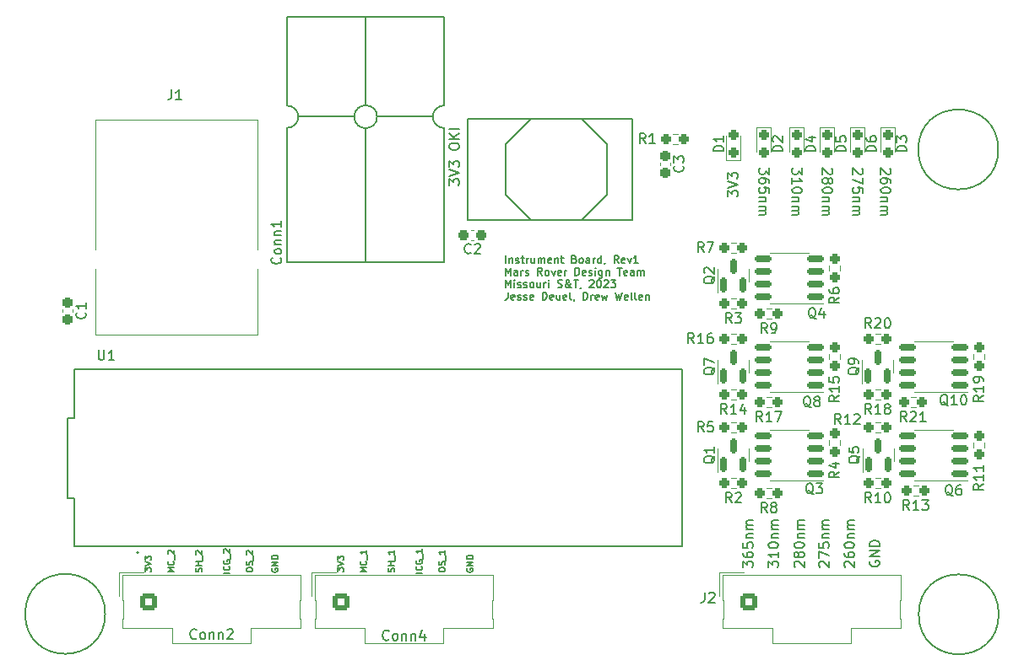
<source format=gto>
%TF.GenerationSoftware,KiCad,Pcbnew,(6.0.7)*%
%TF.CreationDate,2023-04-22T03:46:43-05:00*%
%TF.ProjectId,Flouro_Breakout,466c6f75-726f-45f4-9272-65616b6f7574,rev?*%
%TF.SameCoordinates,Original*%
%TF.FileFunction,Legend,Top*%
%TF.FilePolarity,Positive*%
%FSLAX46Y46*%
G04 Gerber Fmt 4.6, Leading zero omitted, Abs format (unit mm)*
G04 Created by KiCad (PCBNEW (6.0.7)) date 2023-04-22 03:46:43*
%MOMM*%
%LPD*%
G01*
G04 APERTURE LIST*
G04 Aperture macros list*
%AMRoundRect*
0 Rectangle with rounded corners*
0 $1 Rounding radius*
0 $2 $3 $4 $5 $6 $7 $8 $9 X,Y pos of 4 corners*
0 Add a 4 corners polygon primitive as box body*
4,1,4,$2,$3,$4,$5,$6,$7,$8,$9,$2,$3,0*
0 Add four circle primitives for the rounded corners*
1,1,$1+$1,$2,$3*
1,1,$1+$1,$4,$5*
1,1,$1+$1,$6,$7*
1,1,$1+$1,$8,$9*
0 Add four rect primitives between the rounded corners*
20,1,$1+$1,$2,$3,$4,$5,0*
20,1,$1+$1,$4,$5,$6,$7,0*
20,1,$1+$1,$6,$7,$8,$9,0*
20,1,$1+$1,$8,$9,$2,$3,0*%
G04 Aperture macros list end*
%ADD10C,0.150000*%
%ADD11C,0.120000*%
%ADD12C,0.127000*%
%ADD13C,0.200000*%
%ADD14RoundRect,0.250000X-0.620000X-0.620000X0.620000X-0.620000X0.620000X0.620000X-0.620000X0.620000X0*%
%ADD15C,1.740000*%
%ADD16C,2.946400*%
%ADD17RoundRect,0.237500X-0.250000X-0.237500X0.250000X-0.237500X0.250000X0.237500X-0.250000X0.237500X0*%
%ADD18RoundRect,0.237500X0.250000X0.237500X-0.250000X0.237500X-0.250000X-0.237500X0.250000X-0.237500X0*%
%ADD19RoundRect,0.237500X0.237500X-0.250000X0.237500X0.250000X-0.237500X0.250000X-0.237500X-0.250000X0*%
%ADD20RoundRect,0.150000X0.675000X0.150000X-0.675000X0.150000X-0.675000X-0.150000X0.675000X-0.150000X0*%
%ADD21RoundRect,0.150000X0.150000X-0.587500X0.150000X0.587500X-0.150000X0.587500X-0.150000X-0.587500X0*%
%ADD22RoundRect,0.237500X-0.237500X0.287500X-0.237500X-0.287500X0.237500X-0.287500X0.237500X0.287500X0*%
%ADD23C,1.524000*%
%ADD24O,5.100000X3.000000*%
%ADD25C,1.308000*%
%ADD26C,1.258000*%
%ADD27C,1.208000*%
%ADD28RoundRect,0.237500X0.237500X-0.287500X0.237500X0.287500X-0.237500X0.287500X-0.237500X-0.287500X0*%
%ADD29C,1.100000*%
%ADD30C,1.400000*%
%ADD31C,4.000000*%
%ADD32C,2.000000*%
%ADD33RoundRect,0.237500X0.300000X0.237500X-0.300000X0.237500X-0.300000X-0.237500X0.300000X-0.237500X0*%
%ADD34RoundRect,0.237500X-0.237500X0.300000X-0.237500X-0.300000X0.237500X-0.300000X0.237500X0.300000X0*%
G04 APERTURE END LIST*
D10*
X156234928Y-63274484D02*
X156234928Y-62512484D01*
X156597785Y-62766484D02*
X156597785Y-63274484D01*
X156597785Y-62839055D02*
X156634071Y-62802770D01*
X156706642Y-62766484D01*
X156815500Y-62766484D01*
X156888071Y-62802770D01*
X156924357Y-62875341D01*
X156924357Y-63274484D01*
X157250928Y-63238198D02*
X157323500Y-63274484D01*
X157468642Y-63274484D01*
X157541214Y-63238198D01*
X157577500Y-63165627D01*
X157577500Y-63129341D01*
X157541214Y-63056770D01*
X157468642Y-63020484D01*
X157359785Y-63020484D01*
X157287214Y-62984198D01*
X157250928Y-62911627D01*
X157250928Y-62875341D01*
X157287214Y-62802770D01*
X157359785Y-62766484D01*
X157468642Y-62766484D01*
X157541214Y-62802770D01*
X157795214Y-62766484D02*
X158085500Y-62766484D01*
X157904071Y-62512484D02*
X157904071Y-63165627D01*
X157940357Y-63238198D01*
X158012928Y-63274484D01*
X158085500Y-63274484D01*
X158339500Y-63274484D02*
X158339500Y-62766484D01*
X158339500Y-62911627D02*
X158375785Y-62839055D01*
X158412071Y-62802770D01*
X158484642Y-62766484D01*
X158557214Y-62766484D01*
X159137785Y-62766484D02*
X159137785Y-63274484D01*
X158811214Y-62766484D02*
X158811214Y-63165627D01*
X158847500Y-63238198D01*
X158920071Y-63274484D01*
X159028928Y-63274484D01*
X159101500Y-63238198D01*
X159137785Y-63201912D01*
X159500642Y-63274484D02*
X159500642Y-62766484D01*
X159500642Y-62839055D02*
X159536928Y-62802770D01*
X159609500Y-62766484D01*
X159718357Y-62766484D01*
X159790928Y-62802770D01*
X159827214Y-62875341D01*
X159827214Y-63274484D01*
X159827214Y-62875341D02*
X159863500Y-62802770D01*
X159936071Y-62766484D01*
X160044928Y-62766484D01*
X160117500Y-62802770D01*
X160153785Y-62875341D01*
X160153785Y-63274484D01*
X160806928Y-63238198D02*
X160734357Y-63274484D01*
X160589214Y-63274484D01*
X160516642Y-63238198D01*
X160480357Y-63165627D01*
X160480357Y-62875341D01*
X160516642Y-62802770D01*
X160589214Y-62766484D01*
X160734357Y-62766484D01*
X160806928Y-62802770D01*
X160843214Y-62875341D01*
X160843214Y-62947912D01*
X160480357Y-63020484D01*
X161169785Y-62766484D02*
X161169785Y-63274484D01*
X161169785Y-62839055D02*
X161206071Y-62802770D01*
X161278642Y-62766484D01*
X161387500Y-62766484D01*
X161460071Y-62802770D01*
X161496357Y-62875341D01*
X161496357Y-63274484D01*
X161750357Y-62766484D02*
X162040642Y-62766484D01*
X161859214Y-62512484D02*
X161859214Y-63165627D01*
X161895500Y-63238198D01*
X161968071Y-63274484D01*
X162040642Y-63274484D01*
X163129214Y-62875341D02*
X163238071Y-62911627D01*
X163274357Y-62947912D01*
X163310642Y-63020484D01*
X163310642Y-63129341D01*
X163274357Y-63201912D01*
X163238071Y-63238198D01*
X163165500Y-63274484D01*
X162875214Y-63274484D01*
X162875214Y-62512484D01*
X163129214Y-62512484D01*
X163201785Y-62548770D01*
X163238071Y-62585055D01*
X163274357Y-62657627D01*
X163274357Y-62730198D01*
X163238071Y-62802770D01*
X163201785Y-62839055D01*
X163129214Y-62875341D01*
X162875214Y-62875341D01*
X163746071Y-63274484D02*
X163673500Y-63238198D01*
X163637214Y-63201912D01*
X163600928Y-63129341D01*
X163600928Y-62911627D01*
X163637214Y-62839055D01*
X163673500Y-62802770D01*
X163746071Y-62766484D01*
X163854928Y-62766484D01*
X163927500Y-62802770D01*
X163963785Y-62839055D01*
X164000071Y-62911627D01*
X164000071Y-63129341D01*
X163963785Y-63201912D01*
X163927500Y-63238198D01*
X163854928Y-63274484D01*
X163746071Y-63274484D01*
X164653214Y-63274484D02*
X164653214Y-62875341D01*
X164616928Y-62802770D01*
X164544357Y-62766484D01*
X164399214Y-62766484D01*
X164326642Y-62802770D01*
X164653214Y-63238198D02*
X164580642Y-63274484D01*
X164399214Y-63274484D01*
X164326642Y-63238198D01*
X164290357Y-63165627D01*
X164290357Y-63093055D01*
X164326642Y-63020484D01*
X164399214Y-62984198D01*
X164580642Y-62984198D01*
X164653214Y-62947912D01*
X165016071Y-63274484D02*
X165016071Y-62766484D01*
X165016071Y-62911627D02*
X165052357Y-62839055D01*
X165088642Y-62802770D01*
X165161214Y-62766484D01*
X165233785Y-62766484D01*
X165814357Y-63274484D02*
X165814357Y-62512484D01*
X165814357Y-63238198D02*
X165741785Y-63274484D01*
X165596642Y-63274484D01*
X165524071Y-63238198D01*
X165487785Y-63201912D01*
X165451500Y-63129341D01*
X165451500Y-62911627D01*
X165487785Y-62839055D01*
X165524071Y-62802770D01*
X165596642Y-62766484D01*
X165741785Y-62766484D01*
X165814357Y-62802770D01*
X166213500Y-63238198D02*
X166213500Y-63274484D01*
X166177214Y-63347055D01*
X166140928Y-63383341D01*
X167556071Y-63274484D02*
X167302071Y-62911627D01*
X167120642Y-63274484D02*
X167120642Y-62512484D01*
X167410928Y-62512484D01*
X167483500Y-62548770D01*
X167519785Y-62585055D01*
X167556071Y-62657627D01*
X167556071Y-62766484D01*
X167519785Y-62839055D01*
X167483500Y-62875341D01*
X167410928Y-62911627D01*
X167120642Y-62911627D01*
X168172928Y-63238198D02*
X168100357Y-63274484D01*
X167955214Y-63274484D01*
X167882642Y-63238198D01*
X167846357Y-63165627D01*
X167846357Y-62875341D01*
X167882642Y-62802770D01*
X167955214Y-62766484D01*
X168100357Y-62766484D01*
X168172928Y-62802770D01*
X168209214Y-62875341D01*
X168209214Y-62947912D01*
X167846357Y-63020484D01*
X168463214Y-62766484D02*
X168644642Y-63274484D01*
X168826071Y-62766484D01*
X169515500Y-63274484D02*
X169080071Y-63274484D01*
X169297785Y-63274484D02*
X169297785Y-62512484D01*
X169225214Y-62621341D01*
X169152642Y-62693912D01*
X169080071Y-62730198D01*
X156234928Y-64501304D02*
X156234928Y-63739304D01*
X156488928Y-64283590D01*
X156742928Y-63739304D01*
X156742928Y-64501304D01*
X157432357Y-64501304D02*
X157432357Y-64102161D01*
X157396071Y-64029590D01*
X157323500Y-63993304D01*
X157178357Y-63993304D01*
X157105785Y-64029590D01*
X157432357Y-64465018D02*
X157359785Y-64501304D01*
X157178357Y-64501304D01*
X157105785Y-64465018D01*
X157069500Y-64392447D01*
X157069500Y-64319875D01*
X157105785Y-64247304D01*
X157178357Y-64211018D01*
X157359785Y-64211018D01*
X157432357Y-64174732D01*
X157795214Y-64501304D02*
X157795214Y-63993304D01*
X157795214Y-64138447D02*
X157831500Y-64065875D01*
X157867785Y-64029590D01*
X157940357Y-63993304D01*
X158012928Y-63993304D01*
X158230642Y-64465018D02*
X158303214Y-64501304D01*
X158448357Y-64501304D01*
X158520928Y-64465018D01*
X158557214Y-64392447D01*
X158557214Y-64356161D01*
X158520928Y-64283590D01*
X158448357Y-64247304D01*
X158339500Y-64247304D01*
X158266928Y-64211018D01*
X158230642Y-64138447D01*
X158230642Y-64102161D01*
X158266928Y-64029590D01*
X158339500Y-63993304D01*
X158448357Y-63993304D01*
X158520928Y-64029590D01*
X159899785Y-64501304D02*
X159645785Y-64138447D01*
X159464357Y-64501304D02*
X159464357Y-63739304D01*
X159754642Y-63739304D01*
X159827214Y-63775590D01*
X159863500Y-63811875D01*
X159899785Y-63884447D01*
X159899785Y-63993304D01*
X159863500Y-64065875D01*
X159827214Y-64102161D01*
X159754642Y-64138447D01*
X159464357Y-64138447D01*
X160335214Y-64501304D02*
X160262642Y-64465018D01*
X160226357Y-64428732D01*
X160190071Y-64356161D01*
X160190071Y-64138447D01*
X160226357Y-64065875D01*
X160262642Y-64029590D01*
X160335214Y-63993304D01*
X160444071Y-63993304D01*
X160516642Y-64029590D01*
X160552928Y-64065875D01*
X160589214Y-64138447D01*
X160589214Y-64356161D01*
X160552928Y-64428732D01*
X160516642Y-64465018D01*
X160444071Y-64501304D01*
X160335214Y-64501304D01*
X160843214Y-63993304D02*
X161024642Y-64501304D01*
X161206071Y-63993304D01*
X161786642Y-64465018D02*
X161714071Y-64501304D01*
X161568928Y-64501304D01*
X161496357Y-64465018D01*
X161460071Y-64392447D01*
X161460071Y-64102161D01*
X161496357Y-64029590D01*
X161568928Y-63993304D01*
X161714071Y-63993304D01*
X161786642Y-64029590D01*
X161822928Y-64102161D01*
X161822928Y-64174732D01*
X161460071Y-64247304D01*
X162149500Y-64501304D02*
X162149500Y-63993304D01*
X162149500Y-64138447D02*
X162185785Y-64065875D01*
X162222071Y-64029590D01*
X162294642Y-63993304D01*
X162367214Y-63993304D01*
X163201785Y-64501304D02*
X163201785Y-63739304D01*
X163383214Y-63739304D01*
X163492071Y-63775590D01*
X163564642Y-63848161D01*
X163600928Y-63920732D01*
X163637214Y-64065875D01*
X163637214Y-64174732D01*
X163600928Y-64319875D01*
X163564642Y-64392447D01*
X163492071Y-64465018D01*
X163383214Y-64501304D01*
X163201785Y-64501304D01*
X164254071Y-64465018D02*
X164181500Y-64501304D01*
X164036357Y-64501304D01*
X163963785Y-64465018D01*
X163927500Y-64392447D01*
X163927500Y-64102161D01*
X163963785Y-64029590D01*
X164036357Y-63993304D01*
X164181500Y-63993304D01*
X164254071Y-64029590D01*
X164290357Y-64102161D01*
X164290357Y-64174732D01*
X163927500Y-64247304D01*
X164580642Y-64465018D02*
X164653214Y-64501304D01*
X164798357Y-64501304D01*
X164870928Y-64465018D01*
X164907214Y-64392447D01*
X164907214Y-64356161D01*
X164870928Y-64283590D01*
X164798357Y-64247304D01*
X164689500Y-64247304D01*
X164616928Y-64211018D01*
X164580642Y-64138447D01*
X164580642Y-64102161D01*
X164616928Y-64029590D01*
X164689500Y-63993304D01*
X164798357Y-63993304D01*
X164870928Y-64029590D01*
X165233785Y-64501304D02*
X165233785Y-63993304D01*
X165233785Y-63739304D02*
X165197500Y-63775590D01*
X165233785Y-63811875D01*
X165270071Y-63775590D01*
X165233785Y-63739304D01*
X165233785Y-63811875D01*
X165923214Y-63993304D02*
X165923214Y-64610161D01*
X165886928Y-64682732D01*
X165850642Y-64719018D01*
X165778071Y-64755304D01*
X165669214Y-64755304D01*
X165596642Y-64719018D01*
X165923214Y-64465018D02*
X165850642Y-64501304D01*
X165705500Y-64501304D01*
X165632928Y-64465018D01*
X165596642Y-64428732D01*
X165560357Y-64356161D01*
X165560357Y-64138447D01*
X165596642Y-64065875D01*
X165632928Y-64029590D01*
X165705500Y-63993304D01*
X165850642Y-63993304D01*
X165923214Y-64029590D01*
X166286071Y-63993304D02*
X166286071Y-64501304D01*
X166286071Y-64065875D02*
X166322357Y-64029590D01*
X166394928Y-63993304D01*
X166503785Y-63993304D01*
X166576357Y-64029590D01*
X166612642Y-64102161D01*
X166612642Y-64501304D01*
X167447214Y-63739304D02*
X167882642Y-63739304D01*
X167664928Y-64501304D02*
X167664928Y-63739304D01*
X168426928Y-64465018D02*
X168354357Y-64501304D01*
X168209214Y-64501304D01*
X168136642Y-64465018D01*
X168100357Y-64392447D01*
X168100357Y-64102161D01*
X168136642Y-64029590D01*
X168209214Y-63993304D01*
X168354357Y-63993304D01*
X168426928Y-64029590D01*
X168463214Y-64102161D01*
X168463214Y-64174732D01*
X168100357Y-64247304D01*
X169116357Y-64501304D02*
X169116357Y-64102161D01*
X169080071Y-64029590D01*
X169007500Y-63993304D01*
X168862357Y-63993304D01*
X168789785Y-64029590D01*
X169116357Y-64465018D02*
X169043785Y-64501304D01*
X168862357Y-64501304D01*
X168789785Y-64465018D01*
X168753500Y-64392447D01*
X168753500Y-64319875D01*
X168789785Y-64247304D01*
X168862357Y-64211018D01*
X169043785Y-64211018D01*
X169116357Y-64174732D01*
X169479214Y-64501304D02*
X169479214Y-63993304D01*
X169479214Y-64065875D02*
X169515500Y-64029590D01*
X169588071Y-63993304D01*
X169696928Y-63993304D01*
X169769500Y-64029590D01*
X169805785Y-64102161D01*
X169805785Y-64501304D01*
X169805785Y-64102161D02*
X169842071Y-64029590D01*
X169914642Y-63993304D01*
X170023500Y-63993304D01*
X170096071Y-64029590D01*
X170132357Y-64102161D01*
X170132357Y-64501304D01*
X156234928Y-65728124D02*
X156234928Y-64966124D01*
X156488928Y-65510410D01*
X156742928Y-64966124D01*
X156742928Y-65728124D01*
X157105785Y-65728124D02*
X157105785Y-65220124D01*
X157105785Y-64966124D02*
X157069500Y-65002410D01*
X157105785Y-65038695D01*
X157142071Y-65002410D01*
X157105785Y-64966124D01*
X157105785Y-65038695D01*
X157432357Y-65691838D02*
X157504928Y-65728124D01*
X157650071Y-65728124D01*
X157722642Y-65691838D01*
X157758928Y-65619267D01*
X157758928Y-65582981D01*
X157722642Y-65510410D01*
X157650071Y-65474124D01*
X157541214Y-65474124D01*
X157468642Y-65437838D01*
X157432357Y-65365267D01*
X157432357Y-65328981D01*
X157468642Y-65256410D01*
X157541214Y-65220124D01*
X157650071Y-65220124D01*
X157722642Y-65256410D01*
X158049214Y-65691838D02*
X158121785Y-65728124D01*
X158266928Y-65728124D01*
X158339500Y-65691838D01*
X158375785Y-65619267D01*
X158375785Y-65582981D01*
X158339500Y-65510410D01*
X158266928Y-65474124D01*
X158158071Y-65474124D01*
X158085500Y-65437838D01*
X158049214Y-65365267D01*
X158049214Y-65328981D01*
X158085500Y-65256410D01*
X158158071Y-65220124D01*
X158266928Y-65220124D01*
X158339500Y-65256410D01*
X158811214Y-65728124D02*
X158738642Y-65691838D01*
X158702357Y-65655552D01*
X158666071Y-65582981D01*
X158666071Y-65365267D01*
X158702357Y-65292695D01*
X158738642Y-65256410D01*
X158811214Y-65220124D01*
X158920071Y-65220124D01*
X158992642Y-65256410D01*
X159028928Y-65292695D01*
X159065214Y-65365267D01*
X159065214Y-65582981D01*
X159028928Y-65655552D01*
X158992642Y-65691838D01*
X158920071Y-65728124D01*
X158811214Y-65728124D01*
X159718357Y-65220124D02*
X159718357Y-65728124D01*
X159391785Y-65220124D02*
X159391785Y-65619267D01*
X159428071Y-65691838D01*
X159500642Y-65728124D01*
X159609500Y-65728124D01*
X159682071Y-65691838D01*
X159718357Y-65655552D01*
X160081214Y-65728124D02*
X160081214Y-65220124D01*
X160081214Y-65365267D02*
X160117500Y-65292695D01*
X160153785Y-65256410D01*
X160226357Y-65220124D01*
X160298928Y-65220124D01*
X160552928Y-65728124D02*
X160552928Y-65220124D01*
X160552928Y-64966124D02*
X160516642Y-65002410D01*
X160552928Y-65038695D01*
X160589214Y-65002410D01*
X160552928Y-64966124D01*
X160552928Y-65038695D01*
X161460071Y-65691838D02*
X161568928Y-65728124D01*
X161750357Y-65728124D01*
X161822928Y-65691838D01*
X161859214Y-65655552D01*
X161895500Y-65582981D01*
X161895500Y-65510410D01*
X161859214Y-65437838D01*
X161822928Y-65401552D01*
X161750357Y-65365267D01*
X161605214Y-65328981D01*
X161532642Y-65292695D01*
X161496357Y-65256410D01*
X161460071Y-65183838D01*
X161460071Y-65111267D01*
X161496357Y-65038695D01*
X161532642Y-65002410D01*
X161605214Y-64966124D01*
X161786642Y-64966124D01*
X161895500Y-65002410D01*
X162838928Y-65728124D02*
X162802642Y-65728124D01*
X162730071Y-65691838D01*
X162621214Y-65582981D01*
X162439785Y-65365267D01*
X162367214Y-65256410D01*
X162330928Y-65147552D01*
X162330928Y-65074981D01*
X162367214Y-65002410D01*
X162439785Y-64966124D01*
X162476071Y-64966124D01*
X162548642Y-65002410D01*
X162584928Y-65074981D01*
X162584928Y-65111267D01*
X162548642Y-65183838D01*
X162512357Y-65220124D01*
X162294642Y-65365267D01*
X162258357Y-65401552D01*
X162222071Y-65474124D01*
X162222071Y-65582981D01*
X162258357Y-65655552D01*
X162294642Y-65691838D01*
X162367214Y-65728124D01*
X162476071Y-65728124D01*
X162548642Y-65691838D01*
X162584928Y-65655552D01*
X162693785Y-65510410D01*
X162730071Y-65401552D01*
X162730071Y-65328981D01*
X163056642Y-64966124D02*
X163492071Y-64966124D01*
X163274357Y-65728124D02*
X163274357Y-64966124D01*
X163782357Y-65691838D02*
X163782357Y-65728124D01*
X163746071Y-65800695D01*
X163709785Y-65836981D01*
X164653214Y-65038695D02*
X164689500Y-65002410D01*
X164762071Y-64966124D01*
X164943500Y-64966124D01*
X165016071Y-65002410D01*
X165052357Y-65038695D01*
X165088642Y-65111267D01*
X165088642Y-65183838D01*
X165052357Y-65292695D01*
X164616928Y-65728124D01*
X165088642Y-65728124D01*
X165560357Y-64966124D02*
X165632928Y-64966124D01*
X165705500Y-65002410D01*
X165741785Y-65038695D01*
X165778071Y-65111267D01*
X165814357Y-65256410D01*
X165814357Y-65437838D01*
X165778071Y-65582981D01*
X165741785Y-65655552D01*
X165705500Y-65691838D01*
X165632928Y-65728124D01*
X165560357Y-65728124D01*
X165487785Y-65691838D01*
X165451500Y-65655552D01*
X165415214Y-65582981D01*
X165378928Y-65437838D01*
X165378928Y-65256410D01*
X165415214Y-65111267D01*
X165451500Y-65038695D01*
X165487785Y-65002410D01*
X165560357Y-64966124D01*
X166104642Y-65038695D02*
X166140928Y-65002410D01*
X166213500Y-64966124D01*
X166394928Y-64966124D01*
X166467500Y-65002410D01*
X166503785Y-65038695D01*
X166540071Y-65111267D01*
X166540071Y-65183838D01*
X166503785Y-65292695D01*
X166068357Y-65728124D01*
X166540071Y-65728124D01*
X166794071Y-64966124D02*
X167265785Y-64966124D01*
X167011785Y-65256410D01*
X167120642Y-65256410D01*
X167193214Y-65292695D01*
X167229500Y-65328981D01*
X167265785Y-65401552D01*
X167265785Y-65582981D01*
X167229500Y-65655552D01*
X167193214Y-65691838D01*
X167120642Y-65728124D01*
X166902928Y-65728124D01*
X166830357Y-65691838D01*
X166794071Y-65655552D01*
X156452642Y-66192944D02*
X156452642Y-66737230D01*
X156416357Y-66846087D01*
X156343785Y-66918658D01*
X156234928Y-66954944D01*
X156162357Y-66954944D01*
X157105785Y-66918658D02*
X157033214Y-66954944D01*
X156888071Y-66954944D01*
X156815500Y-66918658D01*
X156779214Y-66846087D01*
X156779214Y-66555801D01*
X156815500Y-66483230D01*
X156888071Y-66446944D01*
X157033214Y-66446944D01*
X157105785Y-66483230D01*
X157142071Y-66555801D01*
X157142071Y-66628372D01*
X156779214Y-66700944D01*
X157432357Y-66918658D02*
X157504928Y-66954944D01*
X157650071Y-66954944D01*
X157722642Y-66918658D01*
X157758928Y-66846087D01*
X157758928Y-66809801D01*
X157722642Y-66737230D01*
X157650071Y-66700944D01*
X157541214Y-66700944D01*
X157468642Y-66664658D01*
X157432357Y-66592087D01*
X157432357Y-66555801D01*
X157468642Y-66483230D01*
X157541214Y-66446944D01*
X157650071Y-66446944D01*
X157722642Y-66483230D01*
X158049214Y-66918658D02*
X158121785Y-66954944D01*
X158266928Y-66954944D01*
X158339500Y-66918658D01*
X158375785Y-66846087D01*
X158375785Y-66809801D01*
X158339500Y-66737230D01*
X158266928Y-66700944D01*
X158158071Y-66700944D01*
X158085500Y-66664658D01*
X158049214Y-66592087D01*
X158049214Y-66555801D01*
X158085500Y-66483230D01*
X158158071Y-66446944D01*
X158266928Y-66446944D01*
X158339500Y-66483230D01*
X158992642Y-66918658D02*
X158920071Y-66954944D01*
X158774928Y-66954944D01*
X158702357Y-66918658D01*
X158666071Y-66846087D01*
X158666071Y-66555801D01*
X158702357Y-66483230D01*
X158774928Y-66446944D01*
X158920071Y-66446944D01*
X158992642Y-66483230D01*
X159028928Y-66555801D01*
X159028928Y-66628372D01*
X158666071Y-66700944D01*
X159936071Y-66954944D02*
X159936071Y-66192944D01*
X160117500Y-66192944D01*
X160226357Y-66229230D01*
X160298928Y-66301801D01*
X160335214Y-66374372D01*
X160371500Y-66519515D01*
X160371500Y-66628372D01*
X160335214Y-66773515D01*
X160298928Y-66846087D01*
X160226357Y-66918658D01*
X160117500Y-66954944D01*
X159936071Y-66954944D01*
X160988357Y-66918658D02*
X160915785Y-66954944D01*
X160770642Y-66954944D01*
X160698071Y-66918658D01*
X160661785Y-66846087D01*
X160661785Y-66555801D01*
X160698071Y-66483230D01*
X160770642Y-66446944D01*
X160915785Y-66446944D01*
X160988357Y-66483230D01*
X161024642Y-66555801D01*
X161024642Y-66628372D01*
X160661785Y-66700944D01*
X161677785Y-66446944D02*
X161677785Y-66954944D01*
X161351214Y-66446944D02*
X161351214Y-66846087D01*
X161387500Y-66918658D01*
X161460071Y-66954944D01*
X161568928Y-66954944D01*
X161641500Y-66918658D01*
X161677785Y-66882372D01*
X162330928Y-66918658D02*
X162258357Y-66954944D01*
X162113214Y-66954944D01*
X162040642Y-66918658D01*
X162004357Y-66846087D01*
X162004357Y-66555801D01*
X162040642Y-66483230D01*
X162113214Y-66446944D01*
X162258357Y-66446944D01*
X162330928Y-66483230D01*
X162367214Y-66555801D01*
X162367214Y-66628372D01*
X162004357Y-66700944D01*
X162802642Y-66954944D02*
X162730071Y-66918658D01*
X162693785Y-66846087D01*
X162693785Y-66192944D01*
X163129214Y-66918658D02*
X163129214Y-66954944D01*
X163092928Y-67027515D01*
X163056642Y-67063801D01*
X164036357Y-66954944D02*
X164036357Y-66192944D01*
X164217785Y-66192944D01*
X164326642Y-66229230D01*
X164399214Y-66301801D01*
X164435500Y-66374372D01*
X164471785Y-66519515D01*
X164471785Y-66628372D01*
X164435500Y-66773515D01*
X164399214Y-66846087D01*
X164326642Y-66918658D01*
X164217785Y-66954944D01*
X164036357Y-66954944D01*
X164798357Y-66954944D02*
X164798357Y-66446944D01*
X164798357Y-66592087D02*
X164834642Y-66519515D01*
X164870928Y-66483230D01*
X164943500Y-66446944D01*
X165016071Y-66446944D01*
X165560357Y-66918658D02*
X165487785Y-66954944D01*
X165342642Y-66954944D01*
X165270071Y-66918658D01*
X165233785Y-66846087D01*
X165233785Y-66555801D01*
X165270071Y-66483230D01*
X165342642Y-66446944D01*
X165487785Y-66446944D01*
X165560357Y-66483230D01*
X165596642Y-66555801D01*
X165596642Y-66628372D01*
X165233785Y-66700944D01*
X165850642Y-66446944D02*
X165995785Y-66954944D01*
X166140928Y-66592087D01*
X166286071Y-66954944D01*
X166431214Y-66446944D01*
X167229500Y-66192944D02*
X167410928Y-66954944D01*
X167556071Y-66410658D01*
X167701214Y-66954944D01*
X167882642Y-66192944D01*
X168463214Y-66918658D02*
X168390642Y-66954944D01*
X168245500Y-66954944D01*
X168172928Y-66918658D01*
X168136642Y-66846087D01*
X168136642Y-66555801D01*
X168172928Y-66483230D01*
X168245500Y-66446944D01*
X168390642Y-66446944D01*
X168463214Y-66483230D01*
X168499500Y-66555801D01*
X168499500Y-66628372D01*
X168136642Y-66700944D01*
X168934928Y-66954944D02*
X168862357Y-66918658D01*
X168826071Y-66846087D01*
X168826071Y-66192944D01*
X169334071Y-66954944D02*
X169261500Y-66918658D01*
X169225214Y-66846087D01*
X169225214Y-66192944D01*
X169914642Y-66918658D02*
X169842071Y-66954944D01*
X169696928Y-66954944D01*
X169624357Y-66918658D01*
X169588071Y-66846087D01*
X169588071Y-66555801D01*
X169624357Y-66483230D01*
X169696928Y-66446944D01*
X169842071Y-66446944D01*
X169914642Y-66483230D01*
X169950928Y-66555801D01*
X169950928Y-66628372D01*
X169588071Y-66700944D01*
X170277500Y-66446944D02*
X170277500Y-66954944D01*
X170277500Y-66519515D02*
X170313785Y-66483230D01*
X170386357Y-66446944D01*
X170495214Y-66446944D01*
X170567785Y-66483230D01*
X170604071Y-66555801D01*
X170604071Y-66954944D01*
X120048261Y-94258190D02*
X120048261Y-93865095D01*
X120290166Y-94076761D01*
X120290166Y-93986047D01*
X120320404Y-93925571D01*
X120350642Y-93895333D01*
X120411119Y-93865095D01*
X120562309Y-93865095D01*
X120622785Y-93895333D01*
X120653023Y-93925571D01*
X120683261Y-93986047D01*
X120683261Y-94167476D01*
X120653023Y-94227952D01*
X120622785Y-94258190D01*
X120048261Y-93683666D02*
X120683261Y-93472000D01*
X120048261Y-93260333D01*
X120048261Y-93109142D02*
X120048261Y-92716047D01*
X120290166Y-92927714D01*
X120290166Y-92837000D01*
X120320404Y-92776523D01*
X120350642Y-92746285D01*
X120411119Y-92716047D01*
X120562309Y-92716047D01*
X120622785Y-92746285D01*
X120653023Y-92776523D01*
X120683261Y-92837000D01*
X120683261Y-93018428D01*
X120653023Y-93078904D01*
X120622785Y-93109142D01*
X128557261Y-94397285D02*
X127922261Y-94397285D01*
X128496785Y-93732047D02*
X128527023Y-93762285D01*
X128557261Y-93853000D01*
X128557261Y-93913476D01*
X128527023Y-94004190D01*
X128466547Y-94064666D01*
X128406071Y-94094904D01*
X128285119Y-94125142D01*
X128194404Y-94125142D01*
X128073452Y-94094904D01*
X128012976Y-94064666D01*
X127952500Y-94004190D01*
X127922261Y-93913476D01*
X127922261Y-93853000D01*
X127952500Y-93762285D01*
X127982738Y-93732047D01*
X127952500Y-93127285D02*
X127922261Y-93187761D01*
X127922261Y-93278476D01*
X127952500Y-93369190D01*
X128012976Y-93429666D01*
X128073452Y-93459904D01*
X128194404Y-93490142D01*
X128285119Y-93490142D01*
X128406071Y-93459904D01*
X128466547Y-93429666D01*
X128527023Y-93369190D01*
X128557261Y-93278476D01*
X128557261Y-93218000D01*
X128527023Y-93127285D01*
X128496785Y-93097047D01*
X128285119Y-93097047D01*
X128285119Y-93218000D01*
X128617738Y-92976095D02*
X128617738Y-92492285D01*
X127982738Y-92371333D02*
X127952500Y-92341095D01*
X127922261Y-92280619D01*
X127922261Y-92129428D01*
X127952500Y-92068952D01*
X127982738Y-92038714D01*
X128043214Y-92008476D01*
X128103690Y-92008476D01*
X128194404Y-92038714D01*
X128557261Y-92401571D01*
X128557261Y-92008476D01*
X130208261Y-94125142D02*
X130208261Y-94004190D01*
X130238500Y-93943714D01*
X130298976Y-93883238D01*
X130419928Y-93853000D01*
X130631595Y-93853000D01*
X130752547Y-93883238D01*
X130813023Y-93943714D01*
X130843261Y-94004190D01*
X130843261Y-94125142D01*
X130813023Y-94185619D01*
X130752547Y-94246095D01*
X130631595Y-94276333D01*
X130419928Y-94276333D01*
X130298976Y-94246095D01*
X130238500Y-94185619D01*
X130208261Y-94125142D01*
X130813023Y-93611095D02*
X130843261Y-93520380D01*
X130843261Y-93369190D01*
X130813023Y-93308714D01*
X130782785Y-93278476D01*
X130722309Y-93248238D01*
X130661833Y-93248238D01*
X130601357Y-93278476D01*
X130571119Y-93308714D01*
X130540880Y-93369190D01*
X130510642Y-93490142D01*
X130480404Y-93550619D01*
X130450166Y-93580857D01*
X130389690Y-93611095D01*
X130329214Y-93611095D01*
X130268738Y-93580857D01*
X130238500Y-93550619D01*
X130208261Y-93490142D01*
X130208261Y-93338952D01*
X130238500Y-93248238D01*
X130903738Y-93127285D02*
X130903738Y-92643476D01*
X130268738Y-92522523D02*
X130238500Y-92492285D01*
X130208261Y-92431809D01*
X130208261Y-92280619D01*
X130238500Y-92220142D01*
X130268738Y-92189904D01*
X130329214Y-92159666D01*
X130389690Y-92159666D01*
X130480404Y-92189904D01*
X130843261Y-92552761D01*
X130843261Y-92159666D01*
X125733023Y-94276333D02*
X125763261Y-94185619D01*
X125763261Y-94034428D01*
X125733023Y-93973952D01*
X125702785Y-93943714D01*
X125642309Y-93913476D01*
X125581833Y-93913476D01*
X125521357Y-93943714D01*
X125491119Y-93973952D01*
X125460880Y-94034428D01*
X125430642Y-94155380D01*
X125400404Y-94215857D01*
X125370166Y-94246095D01*
X125309690Y-94276333D01*
X125249214Y-94276333D01*
X125188738Y-94246095D01*
X125158500Y-94215857D01*
X125128261Y-94155380D01*
X125128261Y-94004190D01*
X125158500Y-93913476D01*
X125763261Y-93641333D02*
X125128261Y-93641333D01*
X125430642Y-93641333D02*
X125430642Y-93278476D01*
X125763261Y-93278476D02*
X125128261Y-93278476D01*
X125823738Y-93127285D02*
X125823738Y-92643476D01*
X125188738Y-92522523D02*
X125158500Y-92492285D01*
X125128261Y-92431809D01*
X125128261Y-92280619D01*
X125158500Y-92220142D01*
X125188738Y-92189904D01*
X125249214Y-92159666D01*
X125309690Y-92159666D01*
X125400404Y-92189904D01*
X125763261Y-92552761D01*
X125763261Y-92159666D01*
X122969261Y-94291452D02*
X122334261Y-94291452D01*
X122787833Y-94079785D01*
X122334261Y-93868119D01*
X122969261Y-93868119D01*
X122908785Y-93202880D02*
X122939023Y-93233119D01*
X122969261Y-93323833D01*
X122969261Y-93384309D01*
X122939023Y-93475023D01*
X122878547Y-93535500D01*
X122818071Y-93565738D01*
X122697119Y-93595976D01*
X122606404Y-93595976D01*
X122485452Y-93565738D01*
X122424976Y-93535500D01*
X122364500Y-93475023D01*
X122334261Y-93384309D01*
X122334261Y-93323833D01*
X122364500Y-93233119D01*
X122394738Y-93202880D01*
X123029738Y-93081928D02*
X123029738Y-92598119D01*
X122394738Y-92477166D02*
X122364500Y-92446928D01*
X122334261Y-92386452D01*
X122334261Y-92235261D01*
X122364500Y-92174785D01*
X122394738Y-92144547D01*
X122455214Y-92114309D01*
X122515690Y-92114309D01*
X122606404Y-92144547D01*
X122969261Y-92507404D01*
X122969261Y-92114309D01*
X132778500Y-93955809D02*
X132748261Y-94016285D01*
X132748261Y-94107000D01*
X132778500Y-94197714D01*
X132838976Y-94258190D01*
X132899452Y-94288428D01*
X133020404Y-94318666D01*
X133111119Y-94318666D01*
X133232071Y-94288428D01*
X133292547Y-94258190D01*
X133353023Y-94197714D01*
X133383261Y-94107000D01*
X133383261Y-94046523D01*
X133353023Y-93955809D01*
X133322785Y-93925571D01*
X133111119Y-93925571D01*
X133111119Y-94046523D01*
X133383261Y-93653428D02*
X132748261Y-93653428D01*
X133383261Y-93290571D01*
X132748261Y-93290571D01*
X133383261Y-92988190D02*
X132748261Y-92988190D01*
X132748261Y-92837000D01*
X132778500Y-92746285D01*
X132838976Y-92685809D01*
X132899452Y-92655571D01*
X133020404Y-92625333D01*
X133111119Y-92625333D01*
X133232071Y-92655571D01*
X133292547Y-92685809D01*
X133353023Y-92746285D01*
X133383261Y-92837000D01*
X133383261Y-92988190D01*
X139352261Y-94258190D02*
X139352261Y-93865095D01*
X139594166Y-94076761D01*
X139594166Y-93986047D01*
X139624404Y-93925571D01*
X139654642Y-93895333D01*
X139715119Y-93865095D01*
X139866309Y-93865095D01*
X139926785Y-93895333D01*
X139957023Y-93925571D01*
X139987261Y-93986047D01*
X139987261Y-94167476D01*
X139957023Y-94227952D01*
X139926785Y-94258190D01*
X139352261Y-93683666D02*
X139987261Y-93472000D01*
X139352261Y-93260333D01*
X139352261Y-93109142D02*
X139352261Y-92716047D01*
X139594166Y-92927714D01*
X139594166Y-92837000D01*
X139624404Y-92776523D01*
X139654642Y-92746285D01*
X139715119Y-92716047D01*
X139866309Y-92716047D01*
X139926785Y-92746285D01*
X139957023Y-92776523D01*
X139987261Y-92837000D01*
X139987261Y-93018428D01*
X139957023Y-93078904D01*
X139926785Y-93109142D01*
X152336500Y-93955809D02*
X152306261Y-94016285D01*
X152306261Y-94107000D01*
X152336500Y-94197714D01*
X152396976Y-94258190D01*
X152457452Y-94288428D01*
X152578404Y-94318666D01*
X152669119Y-94318666D01*
X152790071Y-94288428D01*
X152850547Y-94258190D01*
X152911023Y-94197714D01*
X152941261Y-94107000D01*
X152941261Y-94046523D01*
X152911023Y-93955809D01*
X152880785Y-93925571D01*
X152669119Y-93925571D01*
X152669119Y-94046523D01*
X152941261Y-93653428D02*
X152306261Y-93653428D01*
X152941261Y-93290571D01*
X152306261Y-93290571D01*
X152941261Y-92988190D02*
X152306261Y-92988190D01*
X152306261Y-92837000D01*
X152336500Y-92746285D01*
X152396976Y-92685809D01*
X152457452Y-92655571D01*
X152578404Y-92625333D01*
X152669119Y-92625333D01*
X152790071Y-92655571D01*
X152850547Y-92685809D01*
X152911023Y-92746285D01*
X152941261Y-92837000D01*
X152941261Y-92988190D01*
X142273261Y-94291452D02*
X141638261Y-94291452D01*
X142091833Y-94079785D01*
X141638261Y-93868119D01*
X142273261Y-93868119D01*
X142212785Y-93202880D02*
X142243023Y-93233119D01*
X142273261Y-93323833D01*
X142273261Y-93384309D01*
X142243023Y-93475023D01*
X142182547Y-93535500D01*
X142122071Y-93565738D01*
X142001119Y-93595976D01*
X141910404Y-93595976D01*
X141789452Y-93565738D01*
X141728976Y-93535500D01*
X141668500Y-93475023D01*
X141638261Y-93384309D01*
X141638261Y-93323833D01*
X141668500Y-93233119D01*
X141698738Y-93202880D01*
X142333738Y-93081928D02*
X142333738Y-92598119D01*
X142273261Y-92114309D02*
X142273261Y-92477166D01*
X142273261Y-92295738D02*
X141638261Y-92295738D01*
X141728976Y-92356214D01*
X141789452Y-92416690D01*
X141819690Y-92477166D01*
X145037023Y-94276333D02*
X145067261Y-94185619D01*
X145067261Y-94034428D01*
X145037023Y-93973952D01*
X145006785Y-93943714D01*
X144946309Y-93913476D01*
X144885833Y-93913476D01*
X144825357Y-93943714D01*
X144795119Y-93973952D01*
X144764880Y-94034428D01*
X144734642Y-94155380D01*
X144704404Y-94215857D01*
X144674166Y-94246095D01*
X144613690Y-94276333D01*
X144553214Y-94276333D01*
X144492738Y-94246095D01*
X144462500Y-94215857D01*
X144432261Y-94155380D01*
X144432261Y-94004190D01*
X144462500Y-93913476D01*
X145067261Y-93641333D02*
X144432261Y-93641333D01*
X144734642Y-93641333D02*
X144734642Y-93278476D01*
X145067261Y-93278476D02*
X144432261Y-93278476D01*
X145127738Y-93127285D02*
X145127738Y-92643476D01*
X145067261Y-92159666D02*
X145067261Y-92522523D01*
X145067261Y-92341095D02*
X144432261Y-92341095D01*
X144522976Y-92401571D01*
X144583452Y-92462047D01*
X144613690Y-92522523D01*
X147861261Y-94397285D02*
X147226261Y-94397285D01*
X147800785Y-93732047D02*
X147831023Y-93762285D01*
X147861261Y-93853000D01*
X147861261Y-93913476D01*
X147831023Y-94004190D01*
X147770547Y-94064666D01*
X147710071Y-94094904D01*
X147589119Y-94125142D01*
X147498404Y-94125142D01*
X147377452Y-94094904D01*
X147316976Y-94064666D01*
X147256500Y-94004190D01*
X147226261Y-93913476D01*
X147226261Y-93853000D01*
X147256500Y-93762285D01*
X147286738Y-93732047D01*
X147256500Y-93127285D02*
X147226261Y-93187761D01*
X147226261Y-93278476D01*
X147256500Y-93369190D01*
X147316976Y-93429666D01*
X147377452Y-93459904D01*
X147498404Y-93490142D01*
X147589119Y-93490142D01*
X147710071Y-93459904D01*
X147770547Y-93429666D01*
X147831023Y-93369190D01*
X147861261Y-93278476D01*
X147861261Y-93218000D01*
X147831023Y-93127285D01*
X147800785Y-93097047D01*
X147589119Y-93097047D01*
X147589119Y-93218000D01*
X147921738Y-92976095D02*
X147921738Y-92492285D01*
X147861261Y-92008476D02*
X147861261Y-92371333D01*
X147861261Y-92189904D02*
X147226261Y-92189904D01*
X147316976Y-92250380D01*
X147377452Y-92310857D01*
X147407690Y-92371333D01*
X149512261Y-94125142D02*
X149512261Y-94004190D01*
X149542500Y-93943714D01*
X149602976Y-93883238D01*
X149723928Y-93853000D01*
X149935595Y-93853000D01*
X150056547Y-93883238D01*
X150117023Y-93943714D01*
X150147261Y-94004190D01*
X150147261Y-94125142D01*
X150117023Y-94185619D01*
X150056547Y-94246095D01*
X149935595Y-94276333D01*
X149723928Y-94276333D01*
X149602976Y-94246095D01*
X149542500Y-94185619D01*
X149512261Y-94125142D01*
X150117023Y-93611095D02*
X150147261Y-93520380D01*
X150147261Y-93369190D01*
X150117023Y-93308714D01*
X150086785Y-93278476D01*
X150026309Y-93248238D01*
X149965833Y-93248238D01*
X149905357Y-93278476D01*
X149875119Y-93308714D01*
X149844880Y-93369190D01*
X149814642Y-93490142D01*
X149784404Y-93550619D01*
X149754166Y-93580857D01*
X149693690Y-93611095D01*
X149633214Y-93611095D01*
X149572738Y-93580857D01*
X149542500Y-93550619D01*
X149512261Y-93490142D01*
X149512261Y-93338952D01*
X149542500Y-93248238D01*
X150207738Y-93127285D02*
X150207738Y-92643476D01*
X150147261Y-92159666D02*
X150147261Y-92522523D01*
X150147261Y-92341095D02*
X149512261Y-92341095D01*
X149602976Y-92401571D01*
X149663452Y-92462047D01*
X149693690Y-92522523D01*
X192794000Y-93217904D02*
X192746380Y-93313142D01*
X192746380Y-93456000D01*
X192794000Y-93598857D01*
X192889238Y-93694095D01*
X192984476Y-93741714D01*
X193174952Y-93789333D01*
X193317809Y-93789333D01*
X193508285Y-93741714D01*
X193603523Y-93694095D01*
X193698761Y-93598857D01*
X193746380Y-93456000D01*
X193746380Y-93360761D01*
X193698761Y-93217904D01*
X193651142Y-93170285D01*
X193317809Y-93170285D01*
X193317809Y-93360761D01*
X193746380Y-92741714D02*
X192746380Y-92741714D01*
X193746380Y-92170285D01*
X192746380Y-92170285D01*
X193746380Y-91694095D02*
X192746380Y-91694095D01*
X192746380Y-91456000D01*
X192794000Y-91313142D01*
X192889238Y-91217904D01*
X192984476Y-91170285D01*
X193174952Y-91122666D01*
X193317809Y-91122666D01*
X193508285Y-91170285D01*
X193603523Y-91217904D01*
X193698761Y-91313142D01*
X193746380Y-91456000D01*
X193746380Y-91694095D01*
X190301619Y-93797142D02*
X190254000Y-93749523D01*
X190206380Y-93654285D01*
X190206380Y-93416190D01*
X190254000Y-93320952D01*
X190301619Y-93273333D01*
X190396857Y-93225714D01*
X190492095Y-93225714D01*
X190634952Y-93273333D01*
X191206380Y-93844761D01*
X191206380Y-93225714D01*
X190206380Y-92368571D02*
X190206380Y-92559047D01*
X190254000Y-92654285D01*
X190301619Y-92701904D01*
X190444476Y-92797142D01*
X190634952Y-92844761D01*
X191015904Y-92844761D01*
X191111142Y-92797142D01*
X191158761Y-92749523D01*
X191206380Y-92654285D01*
X191206380Y-92463809D01*
X191158761Y-92368571D01*
X191111142Y-92320952D01*
X191015904Y-92273333D01*
X190777809Y-92273333D01*
X190682571Y-92320952D01*
X190634952Y-92368571D01*
X190587333Y-92463809D01*
X190587333Y-92654285D01*
X190634952Y-92749523D01*
X190682571Y-92797142D01*
X190777809Y-92844761D01*
X190206380Y-91654285D02*
X190206380Y-91559047D01*
X190254000Y-91463809D01*
X190301619Y-91416190D01*
X190396857Y-91368571D01*
X190587333Y-91320952D01*
X190825428Y-91320952D01*
X191015904Y-91368571D01*
X191111142Y-91416190D01*
X191158761Y-91463809D01*
X191206380Y-91559047D01*
X191206380Y-91654285D01*
X191158761Y-91749523D01*
X191111142Y-91797142D01*
X191015904Y-91844761D01*
X190825428Y-91892380D01*
X190587333Y-91892380D01*
X190396857Y-91844761D01*
X190301619Y-91797142D01*
X190254000Y-91749523D01*
X190206380Y-91654285D01*
X190539714Y-90892380D02*
X191206380Y-90892380D01*
X190634952Y-90892380D02*
X190587333Y-90844761D01*
X190539714Y-90749523D01*
X190539714Y-90606666D01*
X190587333Y-90511428D01*
X190682571Y-90463809D01*
X191206380Y-90463809D01*
X191206380Y-89987619D02*
X190539714Y-89987619D01*
X190634952Y-89987619D02*
X190587333Y-89940000D01*
X190539714Y-89844761D01*
X190539714Y-89701904D01*
X190587333Y-89606666D01*
X190682571Y-89559047D01*
X191206380Y-89559047D01*
X190682571Y-89559047D02*
X190587333Y-89511428D01*
X190539714Y-89416190D01*
X190539714Y-89273333D01*
X190587333Y-89178095D01*
X190682571Y-89130476D01*
X191206380Y-89130476D01*
X180046380Y-93844761D02*
X180046380Y-93225714D01*
X180427333Y-93559047D01*
X180427333Y-93416190D01*
X180474952Y-93320952D01*
X180522571Y-93273333D01*
X180617809Y-93225714D01*
X180855904Y-93225714D01*
X180951142Y-93273333D01*
X180998761Y-93320952D01*
X181046380Y-93416190D01*
X181046380Y-93701904D01*
X180998761Y-93797142D01*
X180951142Y-93844761D01*
X180046380Y-92368571D02*
X180046380Y-92559047D01*
X180094000Y-92654285D01*
X180141619Y-92701904D01*
X180284476Y-92797142D01*
X180474952Y-92844761D01*
X180855904Y-92844761D01*
X180951142Y-92797142D01*
X180998761Y-92749523D01*
X181046380Y-92654285D01*
X181046380Y-92463809D01*
X180998761Y-92368571D01*
X180951142Y-92320952D01*
X180855904Y-92273333D01*
X180617809Y-92273333D01*
X180522571Y-92320952D01*
X180474952Y-92368571D01*
X180427333Y-92463809D01*
X180427333Y-92654285D01*
X180474952Y-92749523D01*
X180522571Y-92797142D01*
X180617809Y-92844761D01*
X180046380Y-91368571D02*
X180046380Y-91844761D01*
X180522571Y-91892380D01*
X180474952Y-91844761D01*
X180427333Y-91749523D01*
X180427333Y-91511428D01*
X180474952Y-91416190D01*
X180522571Y-91368571D01*
X180617809Y-91320952D01*
X180855904Y-91320952D01*
X180951142Y-91368571D01*
X180998761Y-91416190D01*
X181046380Y-91511428D01*
X181046380Y-91749523D01*
X180998761Y-91844761D01*
X180951142Y-91892380D01*
X180379714Y-90892380D02*
X181046380Y-90892380D01*
X180474952Y-90892380D02*
X180427333Y-90844761D01*
X180379714Y-90749523D01*
X180379714Y-90606666D01*
X180427333Y-90511428D01*
X180522571Y-90463809D01*
X181046380Y-90463809D01*
X181046380Y-89987619D02*
X180379714Y-89987619D01*
X180474952Y-89987619D02*
X180427333Y-89940000D01*
X180379714Y-89844761D01*
X180379714Y-89701904D01*
X180427333Y-89606666D01*
X180522571Y-89559047D01*
X181046380Y-89559047D01*
X180522571Y-89559047D02*
X180427333Y-89511428D01*
X180379714Y-89416190D01*
X180379714Y-89273333D01*
X180427333Y-89178095D01*
X180522571Y-89130476D01*
X181046380Y-89130476D01*
X187761619Y-93797142D02*
X187714000Y-93749523D01*
X187666380Y-93654285D01*
X187666380Y-93416190D01*
X187714000Y-93320952D01*
X187761619Y-93273333D01*
X187856857Y-93225714D01*
X187952095Y-93225714D01*
X188094952Y-93273333D01*
X188666380Y-93844761D01*
X188666380Y-93225714D01*
X187666380Y-92892380D02*
X187666380Y-92225714D01*
X188666380Y-92654285D01*
X187666380Y-91368571D02*
X187666380Y-91844761D01*
X188142571Y-91892380D01*
X188094952Y-91844761D01*
X188047333Y-91749523D01*
X188047333Y-91511428D01*
X188094952Y-91416190D01*
X188142571Y-91368571D01*
X188237809Y-91320952D01*
X188475904Y-91320952D01*
X188571142Y-91368571D01*
X188618761Y-91416190D01*
X188666380Y-91511428D01*
X188666380Y-91749523D01*
X188618761Y-91844761D01*
X188571142Y-91892380D01*
X187999714Y-90892380D02*
X188666380Y-90892380D01*
X188094952Y-90892380D02*
X188047333Y-90844761D01*
X187999714Y-90749523D01*
X187999714Y-90606666D01*
X188047333Y-90511428D01*
X188142571Y-90463809D01*
X188666380Y-90463809D01*
X188666380Y-89987619D02*
X187999714Y-89987619D01*
X188094952Y-89987619D02*
X188047333Y-89940000D01*
X187999714Y-89844761D01*
X187999714Y-89701904D01*
X188047333Y-89606666D01*
X188142571Y-89559047D01*
X188666380Y-89559047D01*
X188142571Y-89559047D02*
X188047333Y-89511428D01*
X187999714Y-89416190D01*
X187999714Y-89273333D01*
X188047333Y-89178095D01*
X188142571Y-89130476D01*
X188666380Y-89130476D01*
X185272419Y-93797142D02*
X185224800Y-93749523D01*
X185177180Y-93654285D01*
X185177180Y-93416190D01*
X185224800Y-93320952D01*
X185272419Y-93273333D01*
X185367657Y-93225714D01*
X185462895Y-93225714D01*
X185605752Y-93273333D01*
X186177180Y-93844761D01*
X186177180Y-93225714D01*
X185605752Y-92654285D02*
X185558133Y-92749523D01*
X185510514Y-92797142D01*
X185415276Y-92844761D01*
X185367657Y-92844761D01*
X185272419Y-92797142D01*
X185224800Y-92749523D01*
X185177180Y-92654285D01*
X185177180Y-92463809D01*
X185224800Y-92368571D01*
X185272419Y-92320952D01*
X185367657Y-92273333D01*
X185415276Y-92273333D01*
X185510514Y-92320952D01*
X185558133Y-92368571D01*
X185605752Y-92463809D01*
X185605752Y-92654285D01*
X185653371Y-92749523D01*
X185700990Y-92797142D01*
X185796228Y-92844761D01*
X185986704Y-92844761D01*
X186081942Y-92797142D01*
X186129561Y-92749523D01*
X186177180Y-92654285D01*
X186177180Y-92463809D01*
X186129561Y-92368571D01*
X186081942Y-92320952D01*
X185986704Y-92273333D01*
X185796228Y-92273333D01*
X185700990Y-92320952D01*
X185653371Y-92368571D01*
X185605752Y-92463809D01*
X185177180Y-91654285D02*
X185177180Y-91559047D01*
X185224800Y-91463809D01*
X185272419Y-91416190D01*
X185367657Y-91368571D01*
X185558133Y-91320952D01*
X185796228Y-91320952D01*
X185986704Y-91368571D01*
X186081942Y-91416190D01*
X186129561Y-91463809D01*
X186177180Y-91559047D01*
X186177180Y-91654285D01*
X186129561Y-91749523D01*
X186081942Y-91797142D01*
X185986704Y-91844761D01*
X185796228Y-91892380D01*
X185558133Y-91892380D01*
X185367657Y-91844761D01*
X185272419Y-91797142D01*
X185224800Y-91749523D01*
X185177180Y-91654285D01*
X185510514Y-90892380D02*
X186177180Y-90892380D01*
X185605752Y-90892380D02*
X185558133Y-90844761D01*
X185510514Y-90749523D01*
X185510514Y-90606666D01*
X185558133Y-90511428D01*
X185653371Y-90463809D01*
X186177180Y-90463809D01*
X186177180Y-89987619D02*
X185510514Y-89987619D01*
X185605752Y-89987619D02*
X185558133Y-89940000D01*
X185510514Y-89844761D01*
X185510514Y-89701904D01*
X185558133Y-89606666D01*
X185653371Y-89559047D01*
X186177180Y-89559047D01*
X185653371Y-89559047D02*
X185558133Y-89511428D01*
X185510514Y-89416190D01*
X185510514Y-89273333D01*
X185558133Y-89178095D01*
X185653371Y-89130476D01*
X186177180Y-89130476D01*
X182586380Y-93844761D02*
X182586380Y-93225714D01*
X182967333Y-93559047D01*
X182967333Y-93416190D01*
X183014952Y-93320952D01*
X183062571Y-93273333D01*
X183157809Y-93225714D01*
X183395904Y-93225714D01*
X183491142Y-93273333D01*
X183538761Y-93320952D01*
X183586380Y-93416190D01*
X183586380Y-93701904D01*
X183538761Y-93797142D01*
X183491142Y-93844761D01*
X183586380Y-92273333D02*
X183586380Y-92844761D01*
X183586380Y-92559047D02*
X182586380Y-92559047D01*
X182729238Y-92654285D01*
X182824476Y-92749523D01*
X182872095Y-92844761D01*
X182586380Y-91654285D02*
X182586380Y-91559047D01*
X182634000Y-91463809D01*
X182681619Y-91416190D01*
X182776857Y-91368571D01*
X182967333Y-91320952D01*
X183205428Y-91320952D01*
X183395904Y-91368571D01*
X183491142Y-91416190D01*
X183538761Y-91463809D01*
X183586380Y-91559047D01*
X183586380Y-91654285D01*
X183538761Y-91749523D01*
X183491142Y-91797142D01*
X183395904Y-91844761D01*
X183205428Y-91892380D01*
X182967333Y-91892380D01*
X182776857Y-91844761D01*
X182681619Y-91797142D01*
X182634000Y-91749523D01*
X182586380Y-91654285D01*
X182919714Y-90892380D02*
X183586380Y-90892380D01*
X183014952Y-90892380D02*
X182967333Y-90844761D01*
X182919714Y-90749523D01*
X182919714Y-90606666D01*
X182967333Y-90511428D01*
X183062571Y-90463809D01*
X183586380Y-90463809D01*
X183586380Y-89987619D02*
X182919714Y-89987619D01*
X183014952Y-89987619D02*
X182967333Y-89940000D01*
X182919714Y-89844761D01*
X182919714Y-89701904D01*
X182967333Y-89606666D01*
X183062571Y-89559047D01*
X183586380Y-89559047D01*
X183062571Y-89559047D02*
X182967333Y-89511428D01*
X182919714Y-89416190D01*
X182919714Y-89273333D01*
X182967333Y-89178095D01*
X183062571Y-89130476D01*
X183586380Y-89130476D01*
%TO.C,Conn4*%
X144526190Y-101061142D02*
X144478571Y-101108761D01*
X144335714Y-101156380D01*
X144240476Y-101156380D01*
X144097619Y-101108761D01*
X144002380Y-101013523D01*
X143954761Y-100918285D01*
X143907142Y-100727809D01*
X143907142Y-100584952D01*
X143954761Y-100394476D01*
X144002380Y-100299238D01*
X144097619Y-100204000D01*
X144240476Y-100156380D01*
X144335714Y-100156380D01*
X144478571Y-100204000D01*
X144526190Y-100251619D01*
X145097619Y-101156380D02*
X145002380Y-101108761D01*
X144954761Y-101061142D01*
X144907142Y-100965904D01*
X144907142Y-100680190D01*
X144954761Y-100584952D01*
X145002380Y-100537333D01*
X145097619Y-100489714D01*
X145240476Y-100489714D01*
X145335714Y-100537333D01*
X145383333Y-100584952D01*
X145430952Y-100680190D01*
X145430952Y-100965904D01*
X145383333Y-101061142D01*
X145335714Y-101108761D01*
X145240476Y-101156380D01*
X145097619Y-101156380D01*
X145859523Y-100489714D02*
X145859523Y-101156380D01*
X145859523Y-100584952D02*
X145907142Y-100537333D01*
X146002380Y-100489714D01*
X146145238Y-100489714D01*
X146240476Y-100537333D01*
X146288095Y-100632571D01*
X146288095Y-101156380D01*
X146764285Y-100489714D02*
X146764285Y-101156380D01*
X146764285Y-100584952D02*
X146811904Y-100537333D01*
X146907142Y-100489714D01*
X147050000Y-100489714D01*
X147145238Y-100537333D01*
X147192857Y-100632571D01*
X147192857Y-101156380D01*
X148097619Y-100489714D02*
X148097619Y-101156380D01*
X147859523Y-100108761D02*
X147621428Y-100823047D01*
X148240476Y-100823047D01*
%TO.C,Conn2*%
X125222190Y-100941142D02*
X125174571Y-100988761D01*
X125031714Y-101036380D01*
X124936476Y-101036380D01*
X124793619Y-100988761D01*
X124698380Y-100893523D01*
X124650761Y-100798285D01*
X124603142Y-100607809D01*
X124603142Y-100464952D01*
X124650761Y-100274476D01*
X124698380Y-100179238D01*
X124793619Y-100084000D01*
X124936476Y-100036380D01*
X125031714Y-100036380D01*
X125174571Y-100084000D01*
X125222190Y-100131619D01*
X125793619Y-101036380D02*
X125698380Y-100988761D01*
X125650761Y-100941142D01*
X125603142Y-100845904D01*
X125603142Y-100560190D01*
X125650761Y-100464952D01*
X125698380Y-100417333D01*
X125793619Y-100369714D01*
X125936476Y-100369714D01*
X126031714Y-100417333D01*
X126079333Y-100464952D01*
X126126952Y-100560190D01*
X126126952Y-100845904D01*
X126079333Y-100941142D01*
X126031714Y-100988761D01*
X125936476Y-101036380D01*
X125793619Y-101036380D01*
X126555523Y-100369714D02*
X126555523Y-101036380D01*
X126555523Y-100464952D02*
X126603142Y-100417333D01*
X126698380Y-100369714D01*
X126841238Y-100369714D01*
X126936476Y-100417333D01*
X126984095Y-100512571D01*
X126984095Y-101036380D01*
X127460285Y-100369714D02*
X127460285Y-101036380D01*
X127460285Y-100464952D02*
X127507904Y-100417333D01*
X127603142Y-100369714D01*
X127746000Y-100369714D01*
X127841238Y-100417333D01*
X127888857Y-100512571D01*
X127888857Y-101036380D01*
X128317428Y-100131619D02*
X128365047Y-100084000D01*
X128460285Y-100036380D01*
X128698380Y-100036380D01*
X128793619Y-100084000D01*
X128841238Y-100131619D01*
X128888857Y-100226857D01*
X128888857Y-100322095D01*
X128841238Y-100464952D01*
X128269809Y-101036380D01*
X128888857Y-101036380D01*
%TO.C,R21*%
X196461142Y-79192380D02*
X196127809Y-78716190D01*
X195889714Y-79192380D02*
X195889714Y-78192380D01*
X196270666Y-78192380D01*
X196365904Y-78240000D01*
X196413523Y-78287619D01*
X196461142Y-78382857D01*
X196461142Y-78525714D01*
X196413523Y-78620952D01*
X196365904Y-78668571D01*
X196270666Y-78716190D01*
X195889714Y-78716190D01*
X196842095Y-78287619D02*
X196889714Y-78240000D01*
X196984952Y-78192380D01*
X197223047Y-78192380D01*
X197318285Y-78240000D01*
X197365904Y-78287619D01*
X197413523Y-78382857D01*
X197413523Y-78478095D01*
X197365904Y-78620952D01*
X196794476Y-79192380D01*
X197413523Y-79192380D01*
X198365904Y-79192380D02*
X197794476Y-79192380D01*
X198080190Y-79192380D02*
X198080190Y-78192380D01*
X197984952Y-78335238D01*
X197889714Y-78430476D01*
X197794476Y-78478095D01*
%TO.C,R20*%
X192905142Y-69794380D02*
X192571809Y-69318190D01*
X192333714Y-69794380D02*
X192333714Y-68794380D01*
X192714666Y-68794380D01*
X192809904Y-68842000D01*
X192857523Y-68889619D01*
X192905142Y-68984857D01*
X192905142Y-69127714D01*
X192857523Y-69222952D01*
X192809904Y-69270571D01*
X192714666Y-69318190D01*
X192333714Y-69318190D01*
X193286095Y-68889619D02*
X193333714Y-68842000D01*
X193428952Y-68794380D01*
X193667047Y-68794380D01*
X193762285Y-68842000D01*
X193809904Y-68889619D01*
X193857523Y-68984857D01*
X193857523Y-69080095D01*
X193809904Y-69222952D01*
X193238476Y-69794380D01*
X193857523Y-69794380D01*
X194476571Y-68794380D02*
X194571809Y-68794380D01*
X194667047Y-68842000D01*
X194714666Y-68889619D01*
X194762285Y-68984857D01*
X194809904Y-69175333D01*
X194809904Y-69413428D01*
X194762285Y-69603904D01*
X194714666Y-69699142D01*
X194667047Y-69746761D01*
X194571809Y-69794380D01*
X194476571Y-69794380D01*
X194381333Y-69746761D01*
X194333714Y-69699142D01*
X194286095Y-69603904D01*
X194238476Y-69413428D01*
X194238476Y-69175333D01*
X194286095Y-68984857D01*
X194333714Y-68889619D01*
X194381333Y-68842000D01*
X194476571Y-68794380D01*
%TO.C,R19*%
X204160380Y-76588857D02*
X203684190Y-76922190D01*
X204160380Y-77160285D02*
X203160380Y-77160285D01*
X203160380Y-76779333D01*
X203208000Y-76684095D01*
X203255619Y-76636476D01*
X203350857Y-76588857D01*
X203493714Y-76588857D01*
X203588952Y-76636476D01*
X203636571Y-76684095D01*
X203684190Y-76779333D01*
X203684190Y-77160285D01*
X204160380Y-75636476D02*
X204160380Y-76207904D01*
X204160380Y-75922190D02*
X203160380Y-75922190D01*
X203303238Y-76017428D01*
X203398476Y-76112666D01*
X203446095Y-76207904D01*
X204160380Y-75160285D02*
X204160380Y-74969809D01*
X204112761Y-74874571D01*
X204065142Y-74826952D01*
X203922285Y-74731714D01*
X203731809Y-74684095D01*
X203350857Y-74684095D01*
X203255619Y-74731714D01*
X203208000Y-74779333D01*
X203160380Y-74874571D01*
X203160380Y-75065047D01*
X203208000Y-75160285D01*
X203255619Y-75207904D01*
X203350857Y-75255523D01*
X203588952Y-75255523D01*
X203684190Y-75207904D01*
X203731809Y-75160285D01*
X203779428Y-75065047D01*
X203779428Y-74874571D01*
X203731809Y-74779333D01*
X203684190Y-74731714D01*
X203588952Y-74684095D01*
%TO.C,R18*%
X192905142Y-78430380D02*
X192571809Y-77954190D01*
X192333714Y-78430380D02*
X192333714Y-77430380D01*
X192714666Y-77430380D01*
X192809904Y-77478000D01*
X192857523Y-77525619D01*
X192905142Y-77620857D01*
X192905142Y-77763714D01*
X192857523Y-77858952D01*
X192809904Y-77906571D01*
X192714666Y-77954190D01*
X192333714Y-77954190D01*
X193857523Y-78430380D02*
X193286095Y-78430380D01*
X193571809Y-78430380D02*
X193571809Y-77430380D01*
X193476571Y-77573238D01*
X193381333Y-77668476D01*
X193286095Y-77716095D01*
X194428952Y-77858952D02*
X194333714Y-77811333D01*
X194286095Y-77763714D01*
X194238476Y-77668476D01*
X194238476Y-77620857D01*
X194286095Y-77525619D01*
X194333714Y-77478000D01*
X194428952Y-77430380D01*
X194619428Y-77430380D01*
X194714666Y-77478000D01*
X194762285Y-77525619D01*
X194809904Y-77620857D01*
X194809904Y-77668476D01*
X194762285Y-77763714D01*
X194714666Y-77811333D01*
X194619428Y-77858952D01*
X194428952Y-77858952D01*
X194333714Y-77906571D01*
X194286095Y-77954190D01*
X194238476Y-78049428D01*
X194238476Y-78239904D01*
X194286095Y-78335142D01*
X194333714Y-78382761D01*
X194428952Y-78430380D01*
X194619428Y-78430380D01*
X194714666Y-78382761D01*
X194762285Y-78335142D01*
X194809904Y-78239904D01*
X194809904Y-78049428D01*
X194762285Y-77954190D01*
X194714666Y-77906571D01*
X194619428Y-77858952D01*
%TO.C,R17*%
X181983142Y-79192380D02*
X181649809Y-78716190D01*
X181411714Y-79192380D02*
X181411714Y-78192380D01*
X181792666Y-78192380D01*
X181887904Y-78240000D01*
X181935523Y-78287619D01*
X181983142Y-78382857D01*
X181983142Y-78525714D01*
X181935523Y-78620952D01*
X181887904Y-78668571D01*
X181792666Y-78716190D01*
X181411714Y-78716190D01*
X182935523Y-79192380D02*
X182364095Y-79192380D01*
X182649809Y-79192380D02*
X182649809Y-78192380D01*
X182554571Y-78335238D01*
X182459333Y-78430476D01*
X182364095Y-78478095D01*
X183268857Y-78192380D02*
X183935523Y-78192380D01*
X183506952Y-79192380D01*
%TO.C,R16*%
X175125142Y-71318380D02*
X174791809Y-70842190D01*
X174553714Y-71318380D02*
X174553714Y-70318380D01*
X174934666Y-70318380D01*
X175029904Y-70366000D01*
X175077523Y-70413619D01*
X175125142Y-70508857D01*
X175125142Y-70651714D01*
X175077523Y-70746952D01*
X175029904Y-70794571D01*
X174934666Y-70842190D01*
X174553714Y-70842190D01*
X176077523Y-71318380D02*
X175506095Y-71318380D01*
X175791809Y-71318380D02*
X175791809Y-70318380D01*
X175696571Y-70461238D01*
X175601333Y-70556476D01*
X175506095Y-70604095D01*
X176934666Y-70318380D02*
X176744190Y-70318380D01*
X176648952Y-70366000D01*
X176601333Y-70413619D01*
X176506095Y-70556476D01*
X176458476Y-70746952D01*
X176458476Y-71127904D01*
X176506095Y-71223142D01*
X176553714Y-71270761D01*
X176648952Y-71318380D01*
X176839428Y-71318380D01*
X176934666Y-71270761D01*
X176982285Y-71223142D01*
X177029904Y-71127904D01*
X177029904Y-70889809D01*
X176982285Y-70794571D01*
X176934666Y-70746952D01*
X176839428Y-70699333D01*
X176648952Y-70699333D01*
X176553714Y-70746952D01*
X176506095Y-70794571D01*
X176458476Y-70889809D01*
%TO.C,R15*%
X189682380Y-76588857D02*
X189206190Y-76922190D01*
X189682380Y-77160285D02*
X188682380Y-77160285D01*
X188682380Y-76779333D01*
X188730000Y-76684095D01*
X188777619Y-76636476D01*
X188872857Y-76588857D01*
X189015714Y-76588857D01*
X189110952Y-76636476D01*
X189158571Y-76684095D01*
X189206190Y-76779333D01*
X189206190Y-77160285D01*
X189682380Y-75636476D02*
X189682380Y-76207904D01*
X189682380Y-75922190D02*
X188682380Y-75922190D01*
X188825238Y-76017428D01*
X188920476Y-76112666D01*
X188968095Y-76207904D01*
X188682380Y-74731714D02*
X188682380Y-75207904D01*
X189158571Y-75255523D01*
X189110952Y-75207904D01*
X189063333Y-75112666D01*
X189063333Y-74874571D01*
X189110952Y-74779333D01*
X189158571Y-74731714D01*
X189253809Y-74684095D01*
X189491904Y-74684095D01*
X189587142Y-74731714D01*
X189634761Y-74779333D01*
X189682380Y-74874571D01*
X189682380Y-75112666D01*
X189634761Y-75207904D01*
X189587142Y-75255523D01*
%TO.C,R14*%
X178427142Y-78430380D02*
X178093809Y-77954190D01*
X177855714Y-78430380D02*
X177855714Y-77430380D01*
X178236666Y-77430380D01*
X178331904Y-77478000D01*
X178379523Y-77525619D01*
X178427142Y-77620857D01*
X178427142Y-77763714D01*
X178379523Y-77858952D01*
X178331904Y-77906571D01*
X178236666Y-77954190D01*
X177855714Y-77954190D01*
X179379523Y-78430380D02*
X178808095Y-78430380D01*
X179093809Y-78430380D02*
X179093809Y-77430380D01*
X178998571Y-77573238D01*
X178903333Y-77668476D01*
X178808095Y-77716095D01*
X180236666Y-77763714D02*
X180236666Y-78430380D01*
X179998571Y-77382761D02*
X179760476Y-78097047D01*
X180379523Y-78097047D01*
%TO.C,R13*%
X196715142Y-88082380D02*
X196381809Y-87606190D01*
X196143714Y-88082380D02*
X196143714Y-87082380D01*
X196524666Y-87082380D01*
X196619904Y-87130000D01*
X196667523Y-87177619D01*
X196715142Y-87272857D01*
X196715142Y-87415714D01*
X196667523Y-87510952D01*
X196619904Y-87558571D01*
X196524666Y-87606190D01*
X196143714Y-87606190D01*
X197667523Y-88082380D02*
X197096095Y-88082380D01*
X197381809Y-88082380D02*
X197381809Y-87082380D01*
X197286571Y-87225238D01*
X197191333Y-87320476D01*
X197096095Y-87368095D01*
X198000857Y-87082380D02*
X198619904Y-87082380D01*
X198286571Y-87463333D01*
X198429428Y-87463333D01*
X198524666Y-87510952D01*
X198572285Y-87558571D01*
X198619904Y-87653809D01*
X198619904Y-87891904D01*
X198572285Y-87987142D01*
X198524666Y-88034761D01*
X198429428Y-88082380D01*
X198143714Y-88082380D01*
X198048476Y-88034761D01*
X198000857Y-87987142D01*
%TO.C,R12*%
X189857142Y-79446380D02*
X189523809Y-78970190D01*
X189285714Y-79446380D02*
X189285714Y-78446380D01*
X189666666Y-78446380D01*
X189761904Y-78494000D01*
X189809523Y-78541619D01*
X189857142Y-78636857D01*
X189857142Y-78779714D01*
X189809523Y-78874952D01*
X189761904Y-78922571D01*
X189666666Y-78970190D01*
X189285714Y-78970190D01*
X190809523Y-79446380D02*
X190238095Y-79446380D01*
X190523809Y-79446380D02*
X190523809Y-78446380D01*
X190428571Y-78589238D01*
X190333333Y-78684476D01*
X190238095Y-78732095D01*
X191190476Y-78541619D02*
X191238095Y-78494000D01*
X191333333Y-78446380D01*
X191571428Y-78446380D01*
X191666666Y-78494000D01*
X191714285Y-78541619D01*
X191761904Y-78636857D01*
X191761904Y-78732095D01*
X191714285Y-78874952D01*
X191142857Y-79446380D01*
X191761904Y-79446380D01*
%TO.C,R11*%
X204160380Y-85478857D02*
X203684190Y-85812190D01*
X204160380Y-86050285D02*
X203160380Y-86050285D01*
X203160380Y-85669333D01*
X203208000Y-85574095D01*
X203255619Y-85526476D01*
X203350857Y-85478857D01*
X203493714Y-85478857D01*
X203588952Y-85526476D01*
X203636571Y-85574095D01*
X203684190Y-85669333D01*
X203684190Y-86050285D01*
X204160380Y-84526476D02*
X204160380Y-85097904D01*
X204160380Y-84812190D02*
X203160380Y-84812190D01*
X203303238Y-84907428D01*
X203398476Y-85002666D01*
X203446095Y-85097904D01*
X204160380Y-83574095D02*
X204160380Y-84145523D01*
X204160380Y-83859809D02*
X203160380Y-83859809D01*
X203303238Y-83955047D01*
X203398476Y-84050285D01*
X203446095Y-84145523D01*
%TO.C,R10*%
X192905142Y-87320380D02*
X192571809Y-86844190D01*
X192333714Y-87320380D02*
X192333714Y-86320380D01*
X192714666Y-86320380D01*
X192809904Y-86368000D01*
X192857523Y-86415619D01*
X192905142Y-86510857D01*
X192905142Y-86653714D01*
X192857523Y-86748952D01*
X192809904Y-86796571D01*
X192714666Y-86844190D01*
X192333714Y-86844190D01*
X193857523Y-87320380D02*
X193286095Y-87320380D01*
X193571809Y-87320380D02*
X193571809Y-86320380D01*
X193476571Y-86463238D01*
X193381333Y-86558476D01*
X193286095Y-86606095D01*
X194476571Y-86320380D02*
X194571809Y-86320380D01*
X194667047Y-86368000D01*
X194714666Y-86415619D01*
X194762285Y-86510857D01*
X194809904Y-86701333D01*
X194809904Y-86939428D01*
X194762285Y-87129904D01*
X194714666Y-87225142D01*
X194667047Y-87272761D01*
X194571809Y-87320380D01*
X194476571Y-87320380D01*
X194381333Y-87272761D01*
X194333714Y-87225142D01*
X194286095Y-87129904D01*
X194238476Y-86939428D01*
X194238476Y-86701333D01*
X194286095Y-86510857D01*
X194333714Y-86415619D01*
X194381333Y-86368000D01*
X194476571Y-86320380D01*
%TO.C,R9*%
X182459333Y-70302380D02*
X182126000Y-69826190D01*
X181887904Y-70302380D02*
X181887904Y-69302380D01*
X182268857Y-69302380D01*
X182364095Y-69350000D01*
X182411714Y-69397619D01*
X182459333Y-69492857D01*
X182459333Y-69635714D01*
X182411714Y-69730952D01*
X182364095Y-69778571D01*
X182268857Y-69826190D01*
X181887904Y-69826190D01*
X182935523Y-70302380D02*
X183126000Y-70302380D01*
X183221238Y-70254761D01*
X183268857Y-70207142D01*
X183364095Y-70064285D01*
X183411714Y-69873809D01*
X183411714Y-69492857D01*
X183364095Y-69397619D01*
X183316476Y-69350000D01*
X183221238Y-69302380D01*
X183030761Y-69302380D01*
X182935523Y-69350000D01*
X182887904Y-69397619D01*
X182840285Y-69492857D01*
X182840285Y-69730952D01*
X182887904Y-69826190D01*
X182935523Y-69873809D01*
X183030761Y-69921428D01*
X183221238Y-69921428D01*
X183316476Y-69873809D01*
X183364095Y-69826190D01*
X183411714Y-69730952D01*
%TO.C,R8*%
X182459333Y-88336380D02*
X182126000Y-87860190D01*
X181887904Y-88336380D02*
X181887904Y-87336380D01*
X182268857Y-87336380D01*
X182364095Y-87384000D01*
X182411714Y-87431619D01*
X182459333Y-87526857D01*
X182459333Y-87669714D01*
X182411714Y-87764952D01*
X182364095Y-87812571D01*
X182268857Y-87860190D01*
X181887904Y-87860190D01*
X183030761Y-87764952D02*
X182935523Y-87717333D01*
X182887904Y-87669714D01*
X182840285Y-87574476D01*
X182840285Y-87526857D01*
X182887904Y-87431619D01*
X182935523Y-87384000D01*
X183030761Y-87336380D01*
X183221238Y-87336380D01*
X183316476Y-87384000D01*
X183364095Y-87431619D01*
X183411714Y-87526857D01*
X183411714Y-87574476D01*
X183364095Y-87669714D01*
X183316476Y-87717333D01*
X183221238Y-87764952D01*
X183030761Y-87764952D01*
X182935523Y-87812571D01*
X182887904Y-87860190D01*
X182840285Y-87955428D01*
X182840285Y-88145904D01*
X182887904Y-88241142D01*
X182935523Y-88288761D01*
X183030761Y-88336380D01*
X183221238Y-88336380D01*
X183316476Y-88288761D01*
X183364095Y-88241142D01*
X183411714Y-88145904D01*
X183411714Y-87955428D01*
X183364095Y-87860190D01*
X183316476Y-87812571D01*
X183221238Y-87764952D01*
%TO.C,R7*%
X176109333Y-62174380D02*
X175776000Y-61698190D01*
X175537904Y-62174380D02*
X175537904Y-61174380D01*
X175918857Y-61174380D01*
X176014095Y-61222000D01*
X176061714Y-61269619D01*
X176109333Y-61364857D01*
X176109333Y-61507714D01*
X176061714Y-61602952D01*
X176014095Y-61650571D01*
X175918857Y-61698190D01*
X175537904Y-61698190D01*
X176442666Y-61174380D02*
X177109333Y-61174380D01*
X176680761Y-62174380D01*
%TO.C,R6*%
X189682380Y-66714666D02*
X189206190Y-67048000D01*
X189682380Y-67286095D02*
X188682380Y-67286095D01*
X188682380Y-66905142D01*
X188730000Y-66809904D01*
X188777619Y-66762285D01*
X188872857Y-66714666D01*
X189015714Y-66714666D01*
X189110952Y-66762285D01*
X189158571Y-66809904D01*
X189206190Y-66905142D01*
X189206190Y-67286095D01*
X188682380Y-65857523D02*
X188682380Y-66048000D01*
X188730000Y-66143238D01*
X188777619Y-66190857D01*
X188920476Y-66286095D01*
X189110952Y-66333714D01*
X189491904Y-66333714D01*
X189587142Y-66286095D01*
X189634761Y-66238476D01*
X189682380Y-66143238D01*
X189682380Y-65952761D01*
X189634761Y-65857523D01*
X189587142Y-65809904D01*
X189491904Y-65762285D01*
X189253809Y-65762285D01*
X189158571Y-65809904D01*
X189110952Y-65857523D01*
X189063333Y-65952761D01*
X189063333Y-66143238D01*
X189110952Y-66238476D01*
X189158571Y-66286095D01*
X189253809Y-66333714D01*
%TO.C,R5*%
X176109333Y-80208380D02*
X175776000Y-79732190D01*
X175537904Y-80208380D02*
X175537904Y-79208380D01*
X175918857Y-79208380D01*
X176014095Y-79256000D01*
X176061714Y-79303619D01*
X176109333Y-79398857D01*
X176109333Y-79541714D01*
X176061714Y-79636952D01*
X176014095Y-79684571D01*
X175918857Y-79732190D01*
X175537904Y-79732190D01*
X177014095Y-79208380D02*
X176537904Y-79208380D01*
X176490285Y-79684571D01*
X176537904Y-79636952D01*
X176633142Y-79589333D01*
X176871238Y-79589333D01*
X176966476Y-79636952D01*
X177014095Y-79684571D01*
X177061714Y-79779809D01*
X177061714Y-80017904D01*
X177014095Y-80113142D01*
X176966476Y-80160761D01*
X176871238Y-80208380D01*
X176633142Y-80208380D01*
X176537904Y-80160761D01*
X176490285Y-80113142D01*
%TO.C,R4*%
X189682380Y-84240666D02*
X189206190Y-84574000D01*
X189682380Y-84812095D02*
X188682380Y-84812095D01*
X188682380Y-84431142D01*
X188730000Y-84335904D01*
X188777619Y-84288285D01*
X188872857Y-84240666D01*
X189015714Y-84240666D01*
X189110952Y-84288285D01*
X189158571Y-84335904D01*
X189206190Y-84431142D01*
X189206190Y-84812095D01*
X189015714Y-83383523D02*
X189682380Y-83383523D01*
X188634761Y-83621619D02*
X189349047Y-83859714D01*
X189349047Y-83240666D01*
%TO.C,R3*%
X178903333Y-69286380D02*
X178570000Y-68810190D01*
X178331904Y-69286380D02*
X178331904Y-68286380D01*
X178712857Y-68286380D01*
X178808095Y-68334000D01*
X178855714Y-68381619D01*
X178903333Y-68476857D01*
X178903333Y-68619714D01*
X178855714Y-68714952D01*
X178808095Y-68762571D01*
X178712857Y-68810190D01*
X178331904Y-68810190D01*
X179236666Y-68286380D02*
X179855714Y-68286380D01*
X179522380Y-68667333D01*
X179665238Y-68667333D01*
X179760476Y-68714952D01*
X179808095Y-68762571D01*
X179855714Y-68857809D01*
X179855714Y-69095904D01*
X179808095Y-69191142D01*
X179760476Y-69238761D01*
X179665238Y-69286380D01*
X179379523Y-69286380D01*
X179284285Y-69238761D01*
X179236666Y-69191142D01*
%TO.C,R2*%
X178903333Y-87320380D02*
X178570000Y-86844190D01*
X178331904Y-87320380D02*
X178331904Y-86320380D01*
X178712857Y-86320380D01*
X178808095Y-86368000D01*
X178855714Y-86415619D01*
X178903333Y-86510857D01*
X178903333Y-86653714D01*
X178855714Y-86748952D01*
X178808095Y-86796571D01*
X178712857Y-86844190D01*
X178331904Y-86844190D01*
X179284285Y-86415619D02*
X179331904Y-86368000D01*
X179427142Y-86320380D01*
X179665238Y-86320380D01*
X179760476Y-86368000D01*
X179808095Y-86415619D01*
X179855714Y-86510857D01*
X179855714Y-86606095D01*
X179808095Y-86748952D01*
X179236666Y-87320380D01*
X179855714Y-87320380D01*
%TO.C,Q10*%
X200596571Y-77607619D02*
X200501333Y-77560000D01*
X200406095Y-77464761D01*
X200263238Y-77321904D01*
X200168000Y-77274285D01*
X200072761Y-77274285D01*
X200120380Y-77512380D02*
X200025142Y-77464761D01*
X199929904Y-77369523D01*
X199882285Y-77179047D01*
X199882285Y-76845714D01*
X199929904Y-76655238D01*
X200025142Y-76560000D01*
X200120380Y-76512380D01*
X200310857Y-76512380D01*
X200406095Y-76560000D01*
X200501333Y-76655238D01*
X200548952Y-76845714D01*
X200548952Y-77179047D01*
X200501333Y-77369523D01*
X200406095Y-77464761D01*
X200310857Y-77512380D01*
X200120380Y-77512380D01*
X201501333Y-77512380D02*
X200929904Y-77512380D01*
X201215619Y-77512380D02*
X201215619Y-76512380D01*
X201120380Y-76655238D01*
X201025142Y-76750476D01*
X200929904Y-76798095D01*
X202120380Y-76512380D02*
X202215619Y-76512380D01*
X202310857Y-76560000D01*
X202358476Y-76607619D01*
X202406095Y-76702857D01*
X202453714Y-76893333D01*
X202453714Y-77131428D01*
X202406095Y-77321904D01*
X202358476Y-77417142D01*
X202310857Y-77464761D01*
X202215619Y-77512380D01*
X202120380Y-77512380D01*
X202025142Y-77464761D01*
X201977523Y-77417142D01*
X201929904Y-77321904D01*
X201882285Y-77131428D01*
X201882285Y-76893333D01*
X201929904Y-76702857D01*
X201977523Y-76607619D01*
X202025142Y-76560000D01*
X202120380Y-76512380D01*
%TO.C,Q9*%
X191695619Y-73755238D02*
X191648000Y-73850476D01*
X191552761Y-73945714D01*
X191409904Y-74088571D01*
X191362285Y-74183809D01*
X191362285Y-74279047D01*
X191600380Y-74231428D02*
X191552761Y-74326666D01*
X191457523Y-74421904D01*
X191267047Y-74469523D01*
X190933714Y-74469523D01*
X190743238Y-74421904D01*
X190648000Y-74326666D01*
X190600380Y-74231428D01*
X190600380Y-74040952D01*
X190648000Y-73945714D01*
X190743238Y-73850476D01*
X190933714Y-73802857D01*
X191267047Y-73802857D01*
X191457523Y-73850476D01*
X191552761Y-73945714D01*
X191600380Y-74040952D01*
X191600380Y-74231428D01*
X191600380Y-73326666D02*
X191600380Y-73136190D01*
X191552761Y-73040952D01*
X191505142Y-72993333D01*
X191362285Y-72898095D01*
X191171809Y-72850476D01*
X190790857Y-72850476D01*
X190695619Y-72898095D01*
X190648000Y-72945714D01*
X190600380Y-73040952D01*
X190600380Y-73231428D01*
X190648000Y-73326666D01*
X190695619Y-73374285D01*
X190790857Y-73421904D01*
X191028952Y-73421904D01*
X191124190Y-73374285D01*
X191171809Y-73326666D01*
X191219428Y-73231428D01*
X191219428Y-73040952D01*
X191171809Y-72945714D01*
X191124190Y-72898095D01*
X191028952Y-72850476D01*
%TO.C,Q8*%
X186848761Y-77763619D02*
X186753523Y-77716000D01*
X186658285Y-77620761D01*
X186515428Y-77477904D01*
X186420190Y-77430285D01*
X186324952Y-77430285D01*
X186372571Y-77668380D02*
X186277333Y-77620761D01*
X186182095Y-77525523D01*
X186134476Y-77335047D01*
X186134476Y-77001714D01*
X186182095Y-76811238D01*
X186277333Y-76716000D01*
X186372571Y-76668380D01*
X186563047Y-76668380D01*
X186658285Y-76716000D01*
X186753523Y-76811238D01*
X186801142Y-77001714D01*
X186801142Y-77335047D01*
X186753523Y-77525523D01*
X186658285Y-77620761D01*
X186563047Y-77668380D01*
X186372571Y-77668380D01*
X187372571Y-77096952D02*
X187277333Y-77049333D01*
X187229714Y-77001714D01*
X187182095Y-76906476D01*
X187182095Y-76858857D01*
X187229714Y-76763619D01*
X187277333Y-76716000D01*
X187372571Y-76668380D01*
X187563047Y-76668380D01*
X187658285Y-76716000D01*
X187705904Y-76763619D01*
X187753523Y-76858857D01*
X187753523Y-76906476D01*
X187705904Y-77001714D01*
X187658285Y-77049333D01*
X187563047Y-77096952D01*
X187372571Y-77096952D01*
X187277333Y-77144571D01*
X187229714Y-77192190D01*
X187182095Y-77287428D01*
X187182095Y-77477904D01*
X187229714Y-77573142D01*
X187277333Y-77620761D01*
X187372571Y-77668380D01*
X187563047Y-77668380D01*
X187658285Y-77620761D01*
X187705904Y-77573142D01*
X187753523Y-77477904D01*
X187753523Y-77287428D01*
X187705904Y-77192190D01*
X187658285Y-77144571D01*
X187563047Y-77096952D01*
%TO.C,Q7*%
X177217619Y-73755238D02*
X177170000Y-73850476D01*
X177074761Y-73945714D01*
X176931904Y-74088571D01*
X176884285Y-74183809D01*
X176884285Y-74279047D01*
X177122380Y-74231428D02*
X177074761Y-74326666D01*
X176979523Y-74421904D01*
X176789047Y-74469523D01*
X176455714Y-74469523D01*
X176265238Y-74421904D01*
X176170000Y-74326666D01*
X176122380Y-74231428D01*
X176122380Y-74040952D01*
X176170000Y-73945714D01*
X176265238Y-73850476D01*
X176455714Y-73802857D01*
X176789047Y-73802857D01*
X176979523Y-73850476D01*
X177074761Y-73945714D01*
X177122380Y-74040952D01*
X177122380Y-74231428D01*
X176122380Y-73469523D02*
X176122380Y-72802857D01*
X177122380Y-73231428D01*
%TO.C,Q6*%
X201072761Y-86653619D02*
X200977523Y-86606000D01*
X200882285Y-86510761D01*
X200739428Y-86367904D01*
X200644190Y-86320285D01*
X200548952Y-86320285D01*
X200596571Y-86558380D02*
X200501333Y-86510761D01*
X200406095Y-86415523D01*
X200358476Y-86225047D01*
X200358476Y-85891714D01*
X200406095Y-85701238D01*
X200501333Y-85606000D01*
X200596571Y-85558380D01*
X200787047Y-85558380D01*
X200882285Y-85606000D01*
X200977523Y-85701238D01*
X201025142Y-85891714D01*
X201025142Y-86225047D01*
X200977523Y-86415523D01*
X200882285Y-86510761D01*
X200787047Y-86558380D01*
X200596571Y-86558380D01*
X201882285Y-85558380D02*
X201691809Y-85558380D01*
X201596571Y-85606000D01*
X201548952Y-85653619D01*
X201453714Y-85796476D01*
X201406095Y-85986952D01*
X201406095Y-86367904D01*
X201453714Y-86463142D01*
X201501333Y-86510761D01*
X201596571Y-86558380D01*
X201787047Y-86558380D01*
X201882285Y-86510761D01*
X201929904Y-86463142D01*
X201977523Y-86367904D01*
X201977523Y-86129809D01*
X201929904Y-86034571D01*
X201882285Y-85986952D01*
X201787047Y-85939333D01*
X201596571Y-85939333D01*
X201501333Y-85986952D01*
X201453714Y-86034571D01*
X201406095Y-86129809D01*
%TO.C,Q5*%
X191761619Y-82645238D02*
X191714000Y-82740476D01*
X191618761Y-82835714D01*
X191475904Y-82978571D01*
X191428285Y-83073809D01*
X191428285Y-83169047D01*
X191666380Y-83121428D02*
X191618761Y-83216666D01*
X191523523Y-83311904D01*
X191333047Y-83359523D01*
X190999714Y-83359523D01*
X190809238Y-83311904D01*
X190714000Y-83216666D01*
X190666380Y-83121428D01*
X190666380Y-82930952D01*
X190714000Y-82835714D01*
X190809238Y-82740476D01*
X190999714Y-82692857D01*
X191333047Y-82692857D01*
X191523523Y-82740476D01*
X191618761Y-82835714D01*
X191666380Y-82930952D01*
X191666380Y-83121428D01*
X190666380Y-81788095D02*
X190666380Y-82264285D01*
X191142571Y-82311904D01*
X191094952Y-82264285D01*
X191047333Y-82169047D01*
X191047333Y-81930952D01*
X191094952Y-81835714D01*
X191142571Y-81788095D01*
X191237809Y-81740476D01*
X191475904Y-81740476D01*
X191571142Y-81788095D01*
X191618761Y-81835714D01*
X191666380Y-81930952D01*
X191666380Y-82169047D01*
X191618761Y-82264285D01*
X191571142Y-82311904D01*
%TO.C,Q4*%
X187356761Y-68873619D02*
X187261523Y-68826000D01*
X187166285Y-68730761D01*
X187023428Y-68587904D01*
X186928190Y-68540285D01*
X186832952Y-68540285D01*
X186880571Y-68778380D02*
X186785333Y-68730761D01*
X186690095Y-68635523D01*
X186642476Y-68445047D01*
X186642476Y-68111714D01*
X186690095Y-67921238D01*
X186785333Y-67826000D01*
X186880571Y-67778380D01*
X187071047Y-67778380D01*
X187166285Y-67826000D01*
X187261523Y-67921238D01*
X187309142Y-68111714D01*
X187309142Y-68445047D01*
X187261523Y-68635523D01*
X187166285Y-68730761D01*
X187071047Y-68778380D01*
X186880571Y-68778380D01*
X188166285Y-68111714D02*
X188166285Y-68778380D01*
X187928190Y-67730761D02*
X187690095Y-68445047D01*
X188309142Y-68445047D01*
%TO.C,Q3*%
X187102761Y-86497619D02*
X187007523Y-86450000D01*
X186912285Y-86354761D01*
X186769428Y-86211904D01*
X186674190Y-86164285D01*
X186578952Y-86164285D01*
X186626571Y-86402380D02*
X186531333Y-86354761D01*
X186436095Y-86259523D01*
X186388476Y-86069047D01*
X186388476Y-85735714D01*
X186436095Y-85545238D01*
X186531333Y-85450000D01*
X186626571Y-85402380D01*
X186817047Y-85402380D01*
X186912285Y-85450000D01*
X187007523Y-85545238D01*
X187055142Y-85735714D01*
X187055142Y-86069047D01*
X187007523Y-86259523D01*
X186912285Y-86354761D01*
X186817047Y-86402380D01*
X186626571Y-86402380D01*
X187388476Y-85402380D02*
X188007523Y-85402380D01*
X187674190Y-85783333D01*
X187817047Y-85783333D01*
X187912285Y-85830952D01*
X187959904Y-85878571D01*
X188007523Y-85973809D01*
X188007523Y-86211904D01*
X187959904Y-86307142D01*
X187912285Y-86354761D01*
X187817047Y-86402380D01*
X187531333Y-86402380D01*
X187436095Y-86354761D01*
X187388476Y-86307142D01*
%TO.C,Q2*%
X177217619Y-64611238D02*
X177170000Y-64706476D01*
X177074761Y-64801714D01*
X176931904Y-64944571D01*
X176884285Y-65039809D01*
X176884285Y-65135047D01*
X177122380Y-65087428D02*
X177074761Y-65182666D01*
X176979523Y-65277904D01*
X176789047Y-65325523D01*
X176455714Y-65325523D01*
X176265238Y-65277904D01*
X176170000Y-65182666D01*
X176122380Y-65087428D01*
X176122380Y-64896952D01*
X176170000Y-64801714D01*
X176265238Y-64706476D01*
X176455714Y-64658857D01*
X176789047Y-64658857D01*
X176979523Y-64706476D01*
X177074761Y-64801714D01*
X177122380Y-64896952D01*
X177122380Y-65087428D01*
X176217619Y-64277904D02*
X176170000Y-64230285D01*
X176122380Y-64135047D01*
X176122380Y-63896952D01*
X176170000Y-63801714D01*
X176217619Y-63754095D01*
X176312857Y-63706476D01*
X176408095Y-63706476D01*
X176550952Y-63754095D01*
X177122380Y-64325523D01*
X177122380Y-63706476D01*
%TO.C,Q1*%
X177217619Y-82645238D02*
X177170000Y-82740476D01*
X177074761Y-82835714D01*
X176931904Y-82978571D01*
X176884285Y-83073809D01*
X176884285Y-83169047D01*
X177122380Y-83121428D02*
X177074761Y-83216666D01*
X176979523Y-83311904D01*
X176789047Y-83359523D01*
X176455714Y-83359523D01*
X176265238Y-83311904D01*
X176170000Y-83216666D01*
X176122380Y-83121428D01*
X176122380Y-82930952D01*
X176170000Y-82835714D01*
X176265238Y-82740476D01*
X176455714Y-82692857D01*
X176789047Y-82692857D01*
X176979523Y-82740476D01*
X177074761Y-82835714D01*
X177122380Y-82930952D01*
X177122380Y-83121428D01*
X177122380Y-81740476D02*
X177122380Y-82311904D01*
X177122380Y-82026190D02*
X176122380Y-82026190D01*
X176265238Y-82121428D01*
X176360476Y-82216666D01*
X176408095Y-82311904D01*
%TO.C,J2*%
X176196666Y-96353380D02*
X176196666Y-97067666D01*
X176149047Y-97210523D01*
X176053809Y-97305761D01*
X175910952Y-97353380D01*
X175815714Y-97353380D01*
X176625238Y-96448619D02*
X176672857Y-96401000D01*
X176768095Y-96353380D01*
X177006190Y-96353380D01*
X177101428Y-96401000D01*
X177149047Y-96448619D01*
X177196666Y-96543857D01*
X177196666Y-96639095D01*
X177149047Y-96781952D01*
X176577619Y-97353380D01*
X177196666Y-97353380D01*
%TO.C,D6*%
X193398380Y-52046095D02*
X192398380Y-52046095D01*
X192398380Y-51808000D01*
X192446000Y-51665142D01*
X192541238Y-51569904D01*
X192636476Y-51522285D01*
X192826952Y-51474666D01*
X192969809Y-51474666D01*
X193160285Y-51522285D01*
X193255523Y-51569904D01*
X193350761Y-51665142D01*
X193398380Y-51808000D01*
X193398380Y-52046095D01*
X192398380Y-50617523D02*
X192398380Y-50808000D01*
X192446000Y-50903238D01*
X192493619Y-50950857D01*
X192636476Y-51046095D01*
X192826952Y-51093714D01*
X193207904Y-51093714D01*
X193303142Y-51046095D01*
X193350761Y-50998476D01*
X193398380Y-50903238D01*
X193398380Y-50712761D01*
X193350761Y-50617523D01*
X193303142Y-50569904D01*
X193207904Y-50522285D01*
X192969809Y-50522285D01*
X192874571Y-50569904D01*
X192826952Y-50617523D01*
X192779333Y-50712761D01*
X192779333Y-50903238D01*
X192826952Y-50998476D01*
X192874571Y-51046095D01*
X192969809Y-51093714D01*
X191968380Y-53776857D02*
X192016000Y-53824476D01*
X192063619Y-53919714D01*
X192063619Y-54157809D01*
X192016000Y-54253047D01*
X191968380Y-54300666D01*
X191873142Y-54348285D01*
X191777904Y-54348285D01*
X191635047Y-54300666D01*
X191063619Y-53729238D01*
X191063619Y-54348285D01*
X192063619Y-54681619D02*
X192063619Y-55348285D01*
X191063619Y-54919714D01*
X192063619Y-56205428D02*
X192063619Y-55729238D01*
X191587428Y-55681619D01*
X191635047Y-55729238D01*
X191682666Y-55824476D01*
X191682666Y-56062571D01*
X191635047Y-56157809D01*
X191587428Y-56205428D01*
X191492190Y-56253047D01*
X191254095Y-56253047D01*
X191158857Y-56205428D01*
X191111238Y-56157809D01*
X191063619Y-56062571D01*
X191063619Y-55824476D01*
X191111238Y-55729238D01*
X191158857Y-55681619D01*
X191730285Y-56681619D02*
X191063619Y-56681619D01*
X191635047Y-56681619D02*
X191682666Y-56729238D01*
X191730285Y-56824476D01*
X191730285Y-56967333D01*
X191682666Y-57062571D01*
X191587428Y-57110190D01*
X191063619Y-57110190D01*
X191063619Y-57586380D02*
X191730285Y-57586380D01*
X191635047Y-57586380D02*
X191682666Y-57634000D01*
X191730285Y-57729238D01*
X191730285Y-57872095D01*
X191682666Y-57967333D01*
X191587428Y-58014952D01*
X191063619Y-58014952D01*
X191587428Y-58014952D02*
X191682666Y-58062571D01*
X191730285Y-58157809D01*
X191730285Y-58300666D01*
X191682666Y-58395904D01*
X191587428Y-58443523D01*
X191063619Y-58443523D01*
%TO.C,D5*%
X190350380Y-52046095D02*
X189350380Y-52046095D01*
X189350380Y-51808000D01*
X189398000Y-51665142D01*
X189493238Y-51569904D01*
X189588476Y-51522285D01*
X189778952Y-51474666D01*
X189921809Y-51474666D01*
X190112285Y-51522285D01*
X190207523Y-51569904D01*
X190302761Y-51665142D01*
X190350380Y-51808000D01*
X190350380Y-52046095D01*
X189350380Y-50569904D02*
X189350380Y-51046095D01*
X189826571Y-51093714D01*
X189778952Y-51046095D01*
X189731333Y-50950857D01*
X189731333Y-50712761D01*
X189778952Y-50617523D01*
X189826571Y-50569904D01*
X189921809Y-50522285D01*
X190159904Y-50522285D01*
X190255142Y-50569904D01*
X190302761Y-50617523D01*
X190350380Y-50712761D01*
X190350380Y-50950857D01*
X190302761Y-51046095D01*
X190255142Y-51093714D01*
X188920380Y-53776857D02*
X188968000Y-53824476D01*
X189015619Y-53919714D01*
X189015619Y-54157809D01*
X188968000Y-54253047D01*
X188920380Y-54300666D01*
X188825142Y-54348285D01*
X188729904Y-54348285D01*
X188587047Y-54300666D01*
X188015619Y-53729238D01*
X188015619Y-54348285D01*
X188587047Y-54919714D02*
X188634666Y-54824476D01*
X188682285Y-54776857D01*
X188777523Y-54729238D01*
X188825142Y-54729238D01*
X188920380Y-54776857D01*
X188968000Y-54824476D01*
X189015619Y-54919714D01*
X189015619Y-55110190D01*
X188968000Y-55205428D01*
X188920380Y-55253047D01*
X188825142Y-55300666D01*
X188777523Y-55300666D01*
X188682285Y-55253047D01*
X188634666Y-55205428D01*
X188587047Y-55110190D01*
X188587047Y-54919714D01*
X188539428Y-54824476D01*
X188491809Y-54776857D01*
X188396571Y-54729238D01*
X188206095Y-54729238D01*
X188110857Y-54776857D01*
X188063238Y-54824476D01*
X188015619Y-54919714D01*
X188015619Y-55110190D01*
X188063238Y-55205428D01*
X188110857Y-55253047D01*
X188206095Y-55300666D01*
X188396571Y-55300666D01*
X188491809Y-55253047D01*
X188539428Y-55205428D01*
X188587047Y-55110190D01*
X189015619Y-55919714D02*
X189015619Y-56014952D01*
X188968000Y-56110190D01*
X188920380Y-56157809D01*
X188825142Y-56205428D01*
X188634666Y-56253047D01*
X188396571Y-56253047D01*
X188206095Y-56205428D01*
X188110857Y-56157809D01*
X188063238Y-56110190D01*
X188015619Y-56014952D01*
X188015619Y-55919714D01*
X188063238Y-55824476D01*
X188110857Y-55776857D01*
X188206095Y-55729238D01*
X188396571Y-55681619D01*
X188634666Y-55681619D01*
X188825142Y-55729238D01*
X188920380Y-55776857D01*
X188968000Y-55824476D01*
X189015619Y-55919714D01*
X188682285Y-56681619D02*
X188015619Y-56681619D01*
X188587047Y-56681619D02*
X188634666Y-56729238D01*
X188682285Y-56824476D01*
X188682285Y-56967333D01*
X188634666Y-57062571D01*
X188539428Y-57110190D01*
X188015619Y-57110190D01*
X188015619Y-57586380D02*
X188682285Y-57586380D01*
X188587047Y-57586380D02*
X188634666Y-57634000D01*
X188682285Y-57729238D01*
X188682285Y-57872095D01*
X188634666Y-57967333D01*
X188539428Y-58014952D01*
X188015619Y-58014952D01*
X188539428Y-58014952D02*
X188634666Y-58062571D01*
X188682285Y-58157809D01*
X188682285Y-58300666D01*
X188634666Y-58395904D01*
X188539428Y-58443523D01*
X188015619Y-58443523D01*
%TO.C,D4*%
X187302380Y-52046095D02*
X186302380Y-52046095D01*
X186302380Y-51808000D01*
X186350000Y-51665142D01*
X186445238Y-51569904D01*
X186540476Y-51522285D01*
X186730952Y-51474666D01*
X186873809Y-51474666D01*
X187064285Y-51522285D01*
X187159523Y-51569904D01*
X187254761Y-51665142D01*
X187302380Y-51808000D01*
X187302380Y-52046095D01*
X186635714Y-50617523D02*
X187302380Y-50617523D01*
X186254761Y-50855619D02*
X186969047Y-51093714D01*
X186969047Y-50474666D01*
X185967619Y-53729238D02*
X185967619Y-54348285D01*
X185586666Y-54014952D01*
X185586666Y-54157809D01*
X185539047Y-54253047D01*
X185491428Y-54300666D01*
X185396190Y-54348285D01*
X185158095Y-54348285D01*
X185062857Y-54300666D01*
X185015238Y-54253047D01*
X184967619Y-54157809D01*
X184967619Y-53872095D01*
X185015238Y-53776857D01*
X185062857Y-53729238D01*
X184967619Y-55300666D02*
X184967619Y-54729238D01*
X184967619Y-55014952D02*
X185967619Y-55014952D01*
X185824761Y-54919714D01*
X185729523Y-54824476D01*
X185681904Y-54729238D01*
X185967619Y-55919714D02*
X185967619Y-56014952D01*
X185920000Y-56110190D01*
X185872380Y-56157809D01*
X185777142Y-56205428D01*
X185586666Y-56253047D01*
X185348571Y-56253047D01*
X185158095Y-56205428D01*
X185062857Y-56157809D01*
X185015238Y-56110190D01*
X184967619Y-56014952D01*
X184967619Y-55919714D01*
X185015238Y-55824476D01*
X185062857Y-55776857D01*
X185158095Y-55729238D01*
X185348571Y-55681619D01*
X185586666Y-55681619D01*
X185777142Y-55729238D01*
X185872380Y-55776857D01*
X185920000Y-55824476D01*
X185967619Y-55919714D01*
X185634285Y-56681619D02*
X184967619Y-56681619D01*
X185539047Y-56681619D02*
X185586666Y-56729238D01*
X185634285Y-56824476D01*
X185634285Y-56967333D01*
X185586666Y-57062571D01*
X185491428Y-57110190D01*
X184967619Y-57110190D01*
X184967619Y-57586380D02*
X185634285Y-57586380D01*
X185539047Y-57586380D02*
X185586666Y-57634000D01*
X185634285Y-57729238D01*
X185634285Y-57872095D01*
X185586666Y-57967333D01*
X185491428Y-58014952D01*
X184967619Y-58014952D01*
X185491428Y-58014952D02*
X185586666Y-58062571D01*
X185634285Y-58157809D01*
X185634285Y-58300666D01*
X185586666Y-58395904D01*
X185491428Y-58443523D01*
X184967619Y-58443523D01*
%TO.C,D3*%
X196446380Y-52046095D02*
X195446380Y-52046095D01*
X195446380Y-51808000D01*
X195494000Y-51665142D01*
X195589238Y-51569904D01*
X195684476Y-51522285D01*
X195874952Y-51474666D01*
X196017809Y-51474666D01*
X196208285Y-51522285D01*
X196303523Y-51569904D01*
X196398761Y-51665142D01*
X196446380Y-51808000D01*
X196446380Y-52046095D01*
X195446380Y-51141333D02*
X195446380Y-50522285D01*
X195827333Y-50855619D01*
X195827333Y-50712761D01*
X195874952Y-50617523D01*
X195922571Y-50569904D01*
X196017809Y-50522285D01*
X196255904Y-50522285D01*
X196351142Y-50569904D01*
X196398761Y-50617523D01*
X196446380Y-50712761D01*
X196446380Y-50998476D01*
X196398761Y-51093714D01*
X196351142Y-51141333D01*
X194762380Y-53776857D02*
X194810000Y-53824476D01*
X194857619Y-53919714D01*
X194857619Y-54157809D01*
X194810000Y-54253047D01*
X194762380Y-54300666D01*
X194667142Y-54348285D01*
X194571904Y-54348285D01*
X194429047Y-54300666D01*
X193857619Y-53729238D01*
X193857619Y-54348285D01*
X194857619Y-55205428D02*
X194857619Y-55014952D01*
X194810000Y-54919714D01*
X194762380Y-54872095D01*
X194619523Y-54776857D01*
X194429047Y-54729238D01*
X194048095Y-54729238D01*
X193952857Y-54776857D01*
X193905238Y-54824476D01*
X193857619Y-54919714D01*
X193857619Y-55110190D01*
X193905238Y-55205428D01*
X193952857Y-55253047D01*
X194048095Y-55300666D01*
X194286190Y-55300666D01*
X194381428Y-55253047D01*
X194429047Y-55205428D01*
X194476666Y-55110190D01*
X194476666Y-54919714D01*
X194429047Y-54824476D01*
X194381428Y-54776857D01*
X194286190Y-54729238D01*
X194857619Y-55919714D02*
X194857619Y-56014952D01*
X194810000Y-56110190D01*
X194762380Y-56157809D01*
X194667142Y-56205428D01*
X194476666Y-56253047D01*
X194238571Y-56253047D01*
X194048095Y-56205428D01*
X193952857Y-56157809D01*
X193905238Y-56110190D01*
X193857619Y-56014952D01*
X193857619Y-55919714D01*
X193905238Y-55824476D01*
X193952857Y-55776857D01*
X194048095Y-55729238D01*
X194238571Y-55681619D01*
X194476666Y-55681619D01*
X194667142Y-55729238D01*
X194762380Y-55776857D01*
X194810000Y-55824476D01*
X194857619Y-55919714D01*
X194524285Y-56681619D02*
X193857619Y-56681619D01*
X194429047Y-56681619D02*
X194476666Y-56729238D01*
X194524285Y-56824476D01*
X194524285Y-56967333D01*
X194476666Y-57062571D01*
X194381428Y-57110190D01*
X193857619Y-57110190D01*
X193857619Y-57586380D02*
X194524285Y-57586380D01*
X194429047Y-57586380D02*
X194476666Y-57634000D01*
X194524285Y-57729238D01*
X194524285Y-57872095D01*
X194476666Y-57967333D01*
X194381428Y-58014952D01*
X193857619Y-58014952D01*
X194381428Y-58014952D02*
X194476666Y-58062571D01*
X194524285Y-58157809D01*
X194524285Y-58300666D01*
X194476666Y-58395904D01*
X194381428Y-58443523D01*
X193857619Y-58443523D01*
%TO.C,D2*%
X184000380Y-52046095D02*
X183000380Y-52046095D01*
X183000380Y-51808000D01*
X183048000Y-51665142D01*
X183143238Y-51569904D01*
X183238476Y-51522285D01*
X183428952Y-51474666D01*
X183571809Y-51474666D01*
X183762285Y-51522285D01*
X183857523Y-51569904D01*
X183952761Y-51665142D01*
X184000380Y-51808000D01*
X184000380Y-52046095D01*
X183095619Y-51093714D02*
X183048000Y-51046095D01*
X183000380Y-50950857D01*
X183000380Y-50712761D01*
X183048000Y-50617523D01*
X183095619Y-50569904D01*
X183190857Y-50522285D01*
X183286095Y-50522285D01*
X183428952Y-50569904D01*
X184000380Y-51141333D01*
X184000380Y-50522285D01*
X182665619Y-53729238D02*
X182665619Y-54348285D01*
X182284666Y-54014952D01*
X182284666Y-54157809D01*
X182237047Y-54253047D01*
X182189428Y-54300666D01*
X182094190Y-54348285D01*
X181856095Y-54348285D01*
X181760857Y-54300666D01*
X181713238Y-54253047D01*
X181665619Y-54157809D01*
X181665619Y-53872095D01*
X181713238Y-53776857D01*
X181760857Y-53729238D01*
X182665619Y-55205428D02*
X182665619Y-55014952D01*
X182618000Y-54919714D01*
X182570380Y-54872095D01*
X182427523Y-54776857D01*
X182237047Y-54729238D01*
X181856095Y-54729238D01*
X181760857Y-54776857D01*
X181713238Y-54824476D01*
X181665619Y-54919714D01*
X181665619Y-55110190D01*
X181713238Y-55205428D01*
X181760857Y-55253047D01*
X181856095Y-55300666D01*
X182094190Y-55300666D01*
X182189428Y-55253047D01*
X182237047Y-55205428D01*
X182284666Y-55110190D01*
X182284666Y-54919714D01*
X182237047Y-54824476D01*
X182189428Y-54776857D01*
X182094190Y-54729238D01*
X182665619Y-56205428D02*
X182665619Y-55729238D01*
X182189428Y-55681619D01*
X182237047Y-55729238D01*
X182284666Y-55824476D01*
X182284666Y-56062571D01*
X182237047Y-56157809D01*
X182189428Y-56205428D01*
X182094190Y-56253047D01*
X181856095Y-56253047D01*
X181760857Y-56205428D01*
X181713238Y-56157809D01*
X181665619Y-56062571D01*
X181665619Y-55824476D01*
X181713238Y-55729238D01*
X181760857Y-55681619D01*
X182332285Y-56681619D02*
X181665619Y-56681619D01*
X182237047Y-56681619D02*
X182284666Y-56729238D01*
X182332285Y-56824476D01*
X182332285Y-56967333D01*
X182284666Y-57062571D01*
X182189428Y-57110190D01*
X181665619Y-57110190D01*
X181665619Y-57586380D02*
X182332285Y-57586380D01*
X182237047Y-57586380D02*
X182284666Y-57634000D01*
X182332285Y-57729238D01*
X182332285Y-57872095D01*
X182284666Y-57967333D01*
X182189428Y-58014952D01*
X181665619Y-58014952D01*
X182189428Y-58014952D02*
X182284666Y-58062571D01*
X182332285Y-58157809D01*
X182332285Y-58300666D01*
X182284666Y-58395904D01*
X182189428Y-58443523D01*
X181665619Y-58443523D01*
%TO.C,U2*%
X150582380Y-55458952D02*
X150582380Y-54839904D01*
X150963333Y-55173238D01*
X150963333Y-55030380D01*
X151010952Y-54935142D01*
X151058571Y-54887523D01*
X151153809Y-54839904D01*
X151391904Y-54839904D01*
X151487142Y-54887523D01*
X151534761Y-54935142D01*
X151582380Y-55030380D01*
X151582380Y-55316095D01*
X151534761Y-55411333D01*
X151487142Y-55458952D01*
X150582380Y-54554190D02*
X151582380Y-54220857D01*
X150582380Y-53887523D01*
X150582380Y-53649428D02*
X150582380Y-53030380D01*
X150963333Y-53363714D01*
X150963333Y-53220857D01*
X151010952Y-53125619D01*
X151058571Y-53078000D01*
X151153809Y-53030380D01*
X151391904Y-53030380D01*
X151487142Y-53078000D01*
X151534761Y-53125619D01*
X151582380Y-53220857D01*
X151582380Y-53506571D01*
X151534761Y-53601809D01*
X151487142Y-53649428D01*
X150582380Y-51649428D02*
X150582380Y-51458952D01*
X150630000Y-51363714D01*
X150725238Y-51268476D01*
X150915714Y-51220857D01*
X151249047Y-51220857D01*
X151439523Y-51268476D01*
X151534761Y-51363714D01*
X151582380Y-51458952D01*
X151582380Y-51649428D01*
X151534761Y-51744666D01*
X151439523Y-51839904D01*
X151249047Y-51887523D01*
X150915714Y-51887523D01*
X150725238Y-51839904D01*
X150630000Y-51744666D01*
X150582380Y-51649428D01*
X151582380Y-50792285D02*
X150582380Y-50792285D01*
X151582380Y-50220857D02*
X151010952Y-50649428D01*
X150582380Y-50220857D02*
X151153809Y-50792285D01*
X151582380Y-49792285D02*
X150582380Y-49792285D01*
%TO.C,Conn1*%
X133646142Y-62735609D02*
X133693761Y-62783228D01*
X133741380Y-62926085D01*
X133741380Y-63021323D01*
X133693761Y-63164180D01*
X133598523Y-63259419D01*
X133503285Y-63307038D01*
X133312809Y-63354657D01*
X133169952Y-63354657D01*
X132979476Y-63307038D01*
X132884238Y-63259419D01*
X132789000Y-63164180D01*
X132741380Y-63021323D01*
X132741380Y-62926085D01*
X132789000Y-62783228D01*
X132836619Y-62735609D01*
X133741380Y-62164180D02*
X133693761Y-62259419D01*
X133646142Y-62307038D01*
X133550904Y-62354657D01*
X133265190Y-62354657D01*
X133169952Y-62307038D01*
X133122333Y-62259419D01*
X133074714Y-62164180D01*
X133074714Y-62021323D01*
X133122333Y-61926085D01*
X133169952Y-61878466D01*
X133265190Y-61830847D01*
X133550904Y-61830847D01*
X133646142Y-61878466D01*
X133693761Y-61926085D01*
X133741380Y-62021323D01*
X133741380Y-62164180D01*
X133074714Y-61402276D02*
X133741380Y-61402276D01*
X133169952Y-61402276D02*
X133122333Y-61354657D01*
X133074714Y-61259419D01*
X133074714Y-61116561D01*
X133122333Y-61021323D01*
X133217571Y-60973704D01*
X133741380Y-60973704D01*
X133074714Y-60497514D02*
X133741380Y-60497514D01*
X133169952Y-60497514D02*
X133122333Y-60449895D01*
X133074714Y-60354657D01*
X133074714Y-60211800D01*
X133122333Y-60116561D01*
X133217571Y-60068942D01*
X133741380Y-60068942D01*
X133741380Y-59068942D02*
X133741380Y-59640371D01*
X133741380Y-59354657D02*
X132741380Y-59354657D01*
X132884238Y-59449895D01*
X132979476Y-59545133D01*
X133027095Y-59640371D01*
%TO.C,U1*%
X115405095Y-72008380D02*
X115405095Y-72817904D01*
X115452714Y-72913142D01*
X115500333Y-72960761D01*
X115595571Y-73008380D01*
X115786047Y-73008380D01*
X115881285Y-72960761D01*
X115928904Y-72913142D01*
X115976523Y-72817904D01*
X115976523Y-72008380D01*
X116976523Y-73008380D02*
X116405095Y-73008380D01*
X116690809Y-73008380D02*
X116690809Y-72008380D01*
X116595571Y-72151238D01*
X116500333Y-72246476D01*
X116405095Y-72294095D01*
%TO.C,D1*%
X178092380Y-52046095D02*
X177092380Y-52046095D01*
X177092380Y-51808000D01*
X177140000Y-51665142D01*
X177235238Y-51569904D01*
X177330476Y-51522285D01*
X177520952Y-51474666D01*
X177663809Y-51474666D01*
X177854285Y-51522285D01*
X177949523Y-51569904D01*
X178044761Y-51665142D01*
X178092380Y-51808000D01*
X178092380Y-52046095D01*
X178092380Y-50522285D02*
X178092380Y-51093714D01*
X178092380Y-50808000D02*
X177092380Y-50808000D01*
X177235238Y-50903238D01*
X177330476Y-50998476D01*
X177378095Y-51093714D01*
X178522380Y-56610095D02*
X178522380Y-55991047D01*
X178903333Y-56324380D01*
X178903333Y-56181523D01*
X178950952Y-56086285D01*
X178998571Y-56038666D01*
X179093809Y-55991047D01*
X179331904Y-55991047D01*
X179427142Y-56038666D01*
X179474761Y-56086285D01*
X179522380Y-56181523D01*
X179522380Y-56467238D01*
X179474761Y-56562476D01*
X179427142Y-56610095D01*
X178522380Y-55705333D02*
X179522380Y-55372000D01*
X178522380Y-55038666D01*
X178522380Y-54800571D02*
X178522380Y-54181523D01*
X178903333Y-54514857D01*
X178903333Y-54372000D01*
X178950952Y-54276761D01*
X178998571Y-54229142D01*
X179093809Y-54181523D01*
X179331904Y-54181523D01*
X179427142Y-54229142D01*
X179474761Y-54276761D01*
X179522380Y-54372000D01*
X179522380Y-54657714D01*
X179474761Y-54752952D01*
X179427142Y-54800571D01*
%TO.C,J1*%
X122731666Y-45844880D02*
X122731666Y-46559166D01*
X122684047Y-46702023D01*
X122588809Y-46797261D01*
X122445952Y-46844880D01*
X122350714Y-46844880D01*
X123731666Y-46844880D02*
X123160238Y-46844880D01*
X123445952Y-46844880D02*
X123445952Y-45844880D01*
X123350714Y-45987738D01*
X123255476Y-46082976D01*
X123160238Y-46130595D01*
%TO.C,C2*%
X152741333Y-62239142D02*
X152693714Y-62286761D01*
X152550857Y-62334380D01*
X152455619Y-62334380D01*
X152312761Y-62286761D01*
X152217523Y-62191523D01*
X152169904Y-62096285D01*
X152122285Y-61905809D01*
X152122285Y-61762952D01*
X152169904Y-61572476D01*
X152217523Y-61477238D01*
X152312761Y-61382000D01*
X152455619Y-61334380D01*
X152550857Y-61334380D01*
X152693714Y-61382000D01*
X152741333Y-61429619D01*
X153122285Y-61429619D02*
X153169904Y-61382000D01*
X153265142Y-61334380D01*
X153503238Y-61334380D01*
X153598476Y-61382000D01*
X153646095Y-61429619D01*
X153693714Y-61524857D01*
X153693714Y-61620095D01*
X153646095Y-61762952D01*
X153074666Y-62334380D01*
X153693714Y-62334380D01*
%TO.C,C1*%
X114055142Y-68238666D02*
X114102761Y-68286285D01*
X114150380Y-68429142D01*
X114150380Y-68524380D01*
X114102761Y-68667238D01*
X114007523Y-68762476D01*
X113912285Y-68810095D01*
X113721809Y-68857714D01*
X113578952Y-68857714D01*
X113388476Y-68810095D01*
X113293238Y-68762476D01*
X113198000Y-68667238D01*
X113150380Y-68524380D01*
X113150380Y-68429142D01*
X113198000Y-68286285D01*
X113245619Y-68238666D01*
X114150380Y-67286285D02*
X114150380Y-67857714D01*
X114150380Y-67572000D02*
X113150380Y-67572000D01*
X113293238Y-67667238D01*
X113388476Y-67762476D01*
X113436095Y-67857714D01*
%TO.C,C3*%
X173999142Y-53506666D02*
X174046761Y-53554285D01*
X174094380Y-53697142D01*
X174094380Y-53792380D01*
X174046761Y-53935238D01*
X173951523Y-54030476D01*
X173856285Y-54078095D01*
X173665809Y-54125714D01*
X173522952Y-54125714D01*
X173332476Y-54078095D01*
X173237238Y-54030476D01*
X173142000Y-53935238D01*
X173094380Y-53792380D01*
X173094380Y-53697142D01*
X173142000Y-53554285D01*
X173189619Y-53506666D01*
X173094380Y-53173333D02*
X173094380Y-52554285D01*
X173475333Y-52887619D01*
X173475333Y-52744761D01*
X173522952Y-52649523D01*
X173570571Y-52601904D01*
X173665809Y-52554285D01*
X173903904Y-52554285D01*
X173999142Y-52601904D01*
X174046761Y-52649523D01*
X174094380Y-52744761D01*
X174094380Y-53030476D01*
X174046761Y-53125714D01*
X173999142Y-53173333D01*
%TO.C,R1*%
X170267333Y-51252380D02*
X169934000Y-50776190D01*
X169695904Y-51252380D02*
X169695904Y-50252380D01*
X170076857Y-50252380D01*
X170172095Y-50300000D01*
X170219714Y-50347619D01*
X170267333Y-50442857D01*
X170267333Y-50585714D01*
X170219714Y-50680952D01*
X170172095Y-50728571D01*
X170076857Y-50776190D01*
X169695904Y-50776190D01*
X171219714Y-51252380D02*
X170648285Y-51252380D01*
X170934000Y-51252380D02*
X170934000Y-50252380D01*
X170838761Y-50395238D01*
X170743523Y-50490476D01*
X170648285Y-50538095D01*
D11*
%TO.C,Conn4*%
X155010000Y-97164000D02*
X155010000Y-94634000D01*
X137090000Y-97164000D02*
X137220000Y-97164000D01*
X137090000Y-98974000D02*
X137090000Y-99954000D01*
X137220000Y-97164000D02*
X137220000Y-98974000D01*
X149970000Y-99954000D02*
X155010000Y-99954000D01*
X149970000Y-101454000D02*
X149970000Y-99954000D01*
X136790000Y-96744000D02*
X136790000Y-94334000D01*
X154880000Y-98974000D02*
X154880000Y-97164000D01*
X155010000Y-99954000D02*
X155010000Y-98974000D01*
X136790000Y-94334000D02*
X139200000Y-94334000D01*
X142130000Y-99954000D02*
X142130000Y-101454000D01*
X155010000Y-94634000D02*
X137090000Y-94634000D01*
X154880000Y-97164000D02*
X155010000Y-97164000D01*
X155010000Y-98974000D02*
X154880000Y-98974000D01*
X137090000Y-94634000D02*
X137090000Y-97164000D01*
X142130000Y-101454000D02*
X149970000Y-101454000D01*
X137090000Y-99954000D02*
X142130000Y-99954000D01*
X137220000Y-98974000D02*
X137090000Y-98974000D01*
%TO.C,Conn2*%
X122826000Y-99954000D02*
X122826000Y-101454000D01*
X135576000Y-97164000D02*
X135706000Y-97164000D01*
X117786000Y-94634000D02*
X117786000Y-97164000D01*
X117916000Y-98974000D02*
X117786000Y-98974000D01*
X135706000Y-97164000D02*
X135706000Y-94634000D01*
X135706000Y-99954000D02*
X135706000Y-98974000D01*
X135706000Y-94634000D02*
X117786000Y-94634000D01*
X117786000Y-99954000D02*
X122826000Y-99954000D01*
X122826000Y-101454000D02*
X130666000Y-101454000D01*
X117486000Y-94334000D02*
X119896000Y-94334000D01*
X135706000Y-98974000D02*
X135576000Y-98974000D01*
X117916000Y-97164000D02*
X117916000Y-98974000D01*
X117786000Y-97164000D02*
X117916000Y-97164000D01*
X130666000Y-101454000D02*
X130666000Y-99954000D01*
X130666000Y-99954000D02*
X135706000Y-99954000D01*
X117786000Y-98974000D02*
X117786000Y-99954000D01*
X135576000Y-98974000D02*
X135576000Y-97164000D01*
X117486000Y-96744000D02*
X117486000Y-94334000D01*
D10*
%TO.C,H3*%
X116071780Y-98507420D02*
G75*
G03*
X116071780Y-98507420I-4013200J0D01*
G01*
%TO.C,H2*%
X205689200Y-98552000D02*
G75*
G03*
X205689200Y-98552000I-4013200J0D01*
G01*
%TO.C,H1*%
X205644620Y-51860580D02*
G75*
G03*
X205644620Y-51860580I-4013200J0D01*
G01*
D11*
%TO.C,R21*%
X196849276Y-76693500D02*
X197358724Y-76693500D01*
X196849276Y-77738500D02*
X197358724Y-77738500D01*
%TO.C,R20*%
X193802724Y-71388500D02*
X193293276Y-71388500D01*
X193802724Y-70343500D02*
X193293276Y-70343500D01*
%TO.C,R19*%
X203185500Y-72898724D02*
X203185500Y-72389276D01*
X204230500Y-72898724D02*
X204230500Y-72389276D01*
%TO.C,R18*%
X193293276Y-75931500D02*
X193802724Y-75931500D01*
X193293276Y-76976500D02*
X193802724Y-76976500D01*
%TO.C,R17*%
X182371276Y-76693500D02*
X182880724Y-76693500D01*
X182371276Y-77738500D02*
X182880724Y-77738500D01*
%TO.C,R16*%
X179324724Y-71388500D02*
X178815276Y-71388500D01*
X179324724Y-70343500D02*
X178815276Y-70343500D01*
%TO.C,R15*%
X188707500Y-72898724D02*
X188707500Y-72389276D01*
X189752500Y-72898724D02*
X189752500Y-72389276D01*
%TO.C,R14*%
X178815276Y-75931500D02*
X179324724Y-75931500D01*
X178815276Y-76976500D02*
X179324724Y-76976500D01*
%TO.C,R13*%
X197103276Y-85583500D02*
X197612724Y-85583500D01*
X197103276Y-86628500D02*
X197612724Y-86628500D01*
%TO.C,R12*%
X193802724Y-80278500D02*
X193293276Y-80278500D01*
X193802724Y-79233500D02*
X193293276Y-79233500D01*
%TO.C,R11*%
X203185500Y-81788724D02*
X203185500Y-81279276D01*
X204230500Y-81788724D02*
X204230500Y-81279276D01*
%TO.C,R10*%
X193293276Y-84821500D02*
X193802724Y-84821500D01*
X193293276Y-85866500D02*
X193802724Y-85866500D01*
%TO.C,R9*%
X182371276Y-67803500D02*
X182880724Y-67803500D01*
X182371276Y-68848500D02*
X182880724Y-68848500D01*
%TO.C,R8*%
X182371276Y-85837500D02*
X182880724Y-85837500D01*
X182371276Y-86882500D02*
X182880724Y-86882500D01*
%TO.C,R7*%
X179324724Y-62244500D02*
X178815276Y-62244500D01*
X179324724Y-61199500D02*
X178815276Y-61199500D01*
%TO.C,R6*%
X188707500Y-64008724D02*
X188707500Y-63499276D01*
X189752500Y-64008724D02*
X189752500Y-63499276D01*
%TO.C,R5*%
X179324724Y-80278500D02*
X178815276Y-80278500D01*
X179324724Y-79233500D02*
X178815276Y-79233500D01*
%TO.C,R4*%
X188707500Y-81534724D02*
X188707500Y-81025276D01*
X189752500Y-81534724D02*
X189752500Y-81025276D01*
%TO.C,R3*%
X178815276Y-66787500D02*
X179324724Y-66787500D01*
X178815276Y-67832500D02*
X179324724Y-67832500D01*
%TO.C,R2*%
X178815276Y-84821500D02*
X179324724Y-84821500D01*
X178815276Y-85866500D02*
X179324724Y-85866500D01*
%TO.C,Q10*%
X199136000Y-71100000D02*
X201086000Y-71100000D01*
X199136000Y-76220000D02*
X197186000Y-76220000D01*
X199136000Y-71100000D02*
X197186000Y-71100000D01*
X199136000Y-76220000D02*
X202586000Y-76220000D01*
%TO.C,Q9*%
X191988000Y-73660000D02*
X191988000Y-73010000D01*
X195108000Y-73660000D02*
X195108000Y-73010000D01*
X191988000Y-73660000D02*
X191988000Y-75335000D01*
X195108000Y-73660000D02*
X195108000Y-74310000D01*
%TO.C,Q8*%
X184658000Y-71100000D02*
X186608000Y-71100000D01*
X184658000Y-76220000D02*
X182708000Y-76220000D01*
X184658000Y-71100000D02*
X182708000Y-71100000D01*
X184658000Y-76220000D02*
X188108000Y-76220000D01*
%TO.C,Q7*%
X177510000Y-73660000D02*
X177510000Y-73010000D01*
X180630000Y-73660000D02*
X180630000Y-73010000D01*
X177510000Y-73660000D02*
X177510000Y-75335000D01*
X180630000Y-73660000D02*
X180630000Y-74310000D01*
%TO.C,Q6*%
X199136000Y-79990000D02*
X201086000Y-79990000D01*
X199136000Y-85110000D02*
X197186000Y-85110000D01*
X199136000Y-79990000D02*
X197186000Y-79990000D01*
X199136000Y-85110000D02*
X202586000Y-85110000D01*
%TO.C,Q5*%
X195174000Y-82550000D02*
X195174000Y-83200000D01*
X192054000Y-82550000D02*
X192054000Y-84225000D01*
X195174000Y-82550000D02*
X195174000Y-81900000D01*
X192054000Y-82550000D02*
X192054000Y-81900000D01*
%TO.C,Q4*%
X184658000Y-62210000D02*
X186608000Y-62210000D01*
X184658000Y-67330000D02*
X182708000Y-67330000D01*
X184658000Y-62210000D02*
X182708000Y-62210000D01*
X184658000Y-67330000D02*
X188108000Y-67330000D01*
%TO.C,Q3*%
X184658000Y-79990000D02*
X186608000Y-79990000D01*
X184658000Y-85110000D02*
X182708000Y-85110000D01*
X184658000Y-79990000D02*
X182708000Y-79990000D01*
X184658000Y-85110000D02*
X188108000Y-85110000D01*
%TO.C,Q2*%
X177510000Y-64516000D02*
X177510000Y-63866000D01*
X180630000Y-64516000D02*
X180630000Y-63866000D01*
X177510000Y-64516000D02*
X177510000Y-66191000D01*
X180630000Y-64516000D02*
X180630000Y-65166000D01*
%TO.C,Q1*%
X177510000Y-82550000D02*
X177510000Y-81900000D01*
X180630000Y-82550000D02*
X180630000Y-81900000D01*
X177510000Y-82550000D02*
X177510000Y-84225000D01*
X180630000Y-82550000D02*
X180630000Y-83200000D01*
%TO.C,J2*%
X177684000Y-94334000D02*
X180094000Y-94334000D01*
X195774000Y-98974000D02*
X195774000Y-97164000D01*
X195904000Y-97164000D02*
X195904000Y-94634000D01*
X190864000Y-101454000D02*
X190864000Y-99954000D01*
X177984000Y-94634000D02*
X177984000Y-97164000D01*
X195904000Y-98974000D02*
X195774000Y-98974000D01*
X177984000Y-99954000D02*
X183024000Y-99954000D01*
X177984000Y-97164000D02*
X178114000Y-97164000D01*
X177684000Y-96744000D02*
X177684000Y-94334000D01*
X178114000Y-98974000D02*
X177984000Y-98974000D01*
X190864000Y-99954000D02*
X195904000Y-99954000D01*
X183024000Y-99954000D02*
X183024000Y-101454000D01*
X195904000Y-94634000D02*
X177984000Y-94634000D01*
X177984000Y-98974000D02*
X177984000Y-99954000D01*
X183024000Y-101454000D02*
X190864000Y-101454000D01*
X178114000Y-97164000D02*
X178114000Y-98974000D01*
X195774000Y-97164000D02*
X195904000Y-97164000D01*
X195904000Y-99954000D02*
X195904000Y-98974000D01*
%TO.C,D6*%
X192251000Y-52108000D02*
X192251000Y-49648000D01*
X190781000Y-49648000D02*
X190781000Y-52108000D01*
X192251000Y-49648000D02*
X190781000Y-49648000D01*
%TO.C,D5*%
X189203000Y-52108000D02*
X189203000Y-49648000D01*
X187733000Y-49648000D02*
X187733000Y-52108000D01*
X189203000Y-49648000D02*
X187733000Y-49648000D01*
%TO.C,D4*%
X186155000Y-49648000D02*
X184685000Y-49648000D01*
X184685000Y-49648000D02*
X184685000Y-52108000D01*
X186155000Y-52108000D02*
X186155000Y-49648000D01*
%TO.C,D3*%
X195299000Y-52108000D02*
X195299000Y-49648000D01*
X193829000Y-49648000D02*
X193829000Y-52108000D01*
X195299000Y-49648000D02*
X193829000Y-49648000D01*
%TO.C,D2*%
X182853000Y-52108000D02*
X182853000Y-49648000D01*
X181383000Y-49648000D02*
X181383000Y-52108000D01*
X182853000Y-49648000D02*
X181383000Y-49648000D01*
D10*
%TO.C,U2*%
X163830000Y-48768000D02*
X166370000Y-51308000D01*
X166370000Y-56388000D02*
X163830000Y-58928000D01*
X168910000Y-58928000D02*
X168910000Y-48768000D01*
X166370000Y-51308000D02*
X166370000Y-56388000D01*
X168910000Y-58928000D02*
X152400000Y-58928000D01*
X158750000Y-58928000D02*
X156210000Y-56388000D01*
X152400000Y-48768000D02*
X168910000Y-48768000D01*
X158750000Y-48768000D02*
X163830000Y-48768000D01*
X163830000Y-58928000D02*
X158750000Y-58928000D01*
X152400000Y-58928000D02*
X152400000Y-48768000D01*
X156210000Y-51308000D02*
X158750000Y-48768000D01*
X156210000Y-56388000D02*
X156210000Y-51308000D01*
%TO.C,Conn1*%
X142227400Y-38543200D02*
X142227400Y-47433200D01*
X134328000Y-50887600D02*
X134328000Y-49693800D01*
X139916000Y-48576200D02*
X141059000Y-48576200D01*
X134328000Y-50862200D02*
X134328000Y-63155800D01*
X150076000Y-50862200D02*
X150076000Y-63155800D01*
X144488000Y-48576200D02*
X147764600Y-48576200D01*
X150076000Y-63155800D02*
X134328000Y-63155800D01*
X134328000Y-46290200D02*
X134328000Y-38543200D01*
X144488000Y-48576200D02*
X143345000Y-48576200D01*
X139916000Y-48576200D02*
X136614000Y-48576200D01*
X150076000Y-38517800D02*
X134328000Y-38517800D01*
X150076000Y-47433200D02*
X150076000Y-46214000D01*
X142202000Y-50862200D02*
X142202000Y-49719200D01*
X148933000Y-48576200D02*
X147764600Y-48576200D01*
X136639400Y-48576200D02*
X135471000Y-48576200D01*
X150076000Y-38543200D02*
X150076000Y-46290200D01*
X142202000Y-50862200D02*
X142202000Y-63155800D01*
X150076000Y-50836800D02*
X150076000Y-49744600D01*
X134328000Y-46264800D02*
X134328000Y-47433200D01*
X134328000Y-49693800D02*
G75*
G03*
X135445600Y-48576200I2J1117598D01*
G01*
X150076000Y-47433200D02*
G75*
G03*
X148933000Y-48576200I0J-1143000D01*
G01*
X135445600Y-48576200D02*
G75*
G03*
X134328000Y-47458600I-1117598J2D01*
G01*
X148933000Y-48576200D02*
G75*
G03*
X150076000Y-49719200I1143000J0D01*
G01*
X143345000Y-48576200D02*
G75*
G03*
X143345000Y-48576200I-1143000J0D01*
G01*
D12*
%TO.C,U1*%
X173952000Y-91741000D02*
X112992000Y-91741000D01*
X112292000Y-86881000D02*
X112292000Y-78821000D01*
X173952000Y-73961000D02*
X173952000Y-91741000D01*
X112992000Y-73961000D02*
X173952000Y-73961000D01*
X112992000Y-78821000D02*
X112292000Y-78821000D01*
X112992000Y-91741000D02*
X112992000Y-86881000D01*
X112992000Y-86881000D02*
X112292000Y-86881000D01*
X112992000Y-73961000D02*
X112992000Y-78821000D01*
D13*
X119442000Y-92351000D02*
G75*
G03*
X119442000Y-92351000I-100000J0D01*
G01*
D11*
%TO.C,D1*%
X179805000Y-52968000D02*
X179805000Y-50508000D01*
X178335000Y-50508000D02*
X178335000Y-52968000D01*
X178335000Y-52968000D02*
X179805000Y-52968000D01*
%TO.C,J1*%
X131315000Y-48892500D02*
X131315000Y-70442500D01*
X131315000Y-70442500D02*
X115065000Y-70442500D01*
X115065000Y-48892500D02*
X115065000Y-70442500D01*
X131315000Y-48892500D02*
X115065000Y-48892500D01*
%TO.C,C2*%
X153054267Y-59942000D02*
X152761733Y-59942000D01*
X153054267Y-60962000D02*
X152761733Y-60962000D01*
%TO.C,C1*%
X111758000Y-67925733D02*
X111758000Y-68218267D01*
X112778000Y-67925733D02*
X112778000Y-68218267D01*
%TO.C,C3*%
X171702000Y-53193733D02*
X171702000Y-53486267D01*
X172722000Y-53193733D02*
X172722000Y-53486267D01*
%TO.C,R1*%
X173482724Y-50277500D02*
X172973276Y-50277500D01*
X173482724Y-51322500D02*
X172973276Y-51322500D01*
%TD*%
%LPC*%
D14*
%TO.C,Conn4*%
X139700000Y-97294000D03*
D15*
X142240000Y-97294000D03*
X144780000Y-97294000D03*
X147320000Y-97294000D03*
X149860000Y-97294000D03*
X152400000Y-97294000D03*
%TD*%
D14*
%TO.C,Conn2*%
X120396000Y-97294000D03*
D15*
X122936000Y-97294000D03*
X125476000Y-97294000D03*
X128016000Y-97294000D03*
X130556000Y-97294000D03*
X133096000Y-97294000D03*
%TD*%
D16*
%TO.C,H3*%
X112058580Y-98507420D03*
%TD*%
%TO.C,H2*%
X201676000Y-98552000D03*
%TD*%
%TO.C,H1*%
X201631420Y-51860580D03*
%TD*%
D17*
%TO.C,R21*%
X196191500Y-77216000D03*
X198016500Y-77216000D03*
%TD*%
D18*
%TO.C,R20*%
X194460500Y-70866000D03*
X192635500Y-70866000D03*
%TD*%
D19*
%TO.C,R19*%
X203708000Y-73556500D03*
X203708000Y-71731500D03*
%TD*%
D17*
%TO.C,R18*%
X192635500Y-76454000D03*
X194460500Y-76454000D03*
%TD*%
%TO.C,R17*%
X181713500Y-77216000D03*
X183538500Y-77216000D03*
%TD*%
D18*
%TO.C,R16*%
X179982500Y-70866000D03*
X178157500Y-70866000D03*
%TD*%
D19*
%TO.C,R15*%
X189230000Y-73556500D03*
X189230000Y-71731500D03*
%TD*%
D17*
%TO.C,R14*%
X178157500Y-76454000D03*
X179982500Y-76454000D03*
%TD*%
%TO.C,R13*%
X196445500Y-86106000D03*
X198270500Y-86106000D03*
%TD*%
D18*
%TO.C,R12*%
X194460500Y-79756000D03*
X192635500Y-79756000D03*
%TD*%
D19*
%TO.C,R11*%
X203708000Y-82446500D03*
X203708000Y-80621500D03*
%TD*%
D17*
%TO.C,R10*%
X192635500Y-85344000D03*
X194460500Y-85344000D03*
%TD*%
%TO.C,R9*%
X181713500Y-68326000D03*
X183538500Y-68326000D03*
%TD*%
%TO.C,R8*%
X181713500Y-86360000D03*
X183538500Y-86360000D03*
%TD*%
D18*
%TO.C,R7*%
X179982500Y-61722000D03*
X178157500Y-61722000D03*
%TD*%
D19*
%TO.C,R6*%
X189230000Y-64666500D03*
X189230000Y-62841500D03*
%TD*%
D18*
%TO.C,R5*%
X179982500Y-79756000D03*
X178157500Y-79756000D03*
%TD*%
D19*
%TO.C,R4*%
X189230000Y-82192500D03*
X189230000Y-80367500D03*
%TD*%
D17*
%TO.C,R3*%
X178157500Y-67310000D03*
X179982500Y-67310000D03*
%TD*%
%TO.C,R2*%
X178157500Y-85344000D03*
X179982500Y-85344000D03*
%TD*%
D20*
%TO.C,Q10*%
X201761000Y-75565000D03*
X201761000Y-74295000D03*
X201761000Y-73025000D03*
X201761000Y-71755000D03*
X196511000Y-71755000D03*
X196511000Y-73025000D03*
X196511000Y-74295000D03*
X196511000Y-75565000D03*
%TD*%
D21*
%TO.C,Q9*%
X192598000Y-74597500D03*
X194498000Y-74597500D03*
X193548000Y-72722500D03*
%TD*%
D20*
%TO.C,Q8*%
X187283000Y-75565000D03*
X187283000Y-74295000D03*
X187283000Y-73025000D03*
X187283000Y-71755000D03*
X182033000Y-71755000D03*
X182033000Y-73025000D03*
X182033000Y-74295000D03*
X182033000Y-75565000D03*
%TD*%
D21*
%TO.C,Q7*%
X178120000Y-74597500D03*
X180020000Y-74597500D03*
X179070000Y-72722500D03*
%TD*%
D20*
%TO.C,Q6*%
X201761000Y-84455000D03*
X201761000Y-83185000D03*
X201761000Y-81915000D03*
X201761000Y-80645000D03*
X196511000Y-80645000D03*
X196511000Y-81915000D03*
X196511000Y-83185000D03*
X196511000Y-84455000D03*
%TD*%
D21*
%TO.C,Q5*%
X193614000Y-81612500D03*
X194564000Y-83487500D03*
X192664000Y-83487500D03*
%TD*%
D20*
%TO.C,Q4*%
X187283000Y-66675000D03*
X187283000Y-65405000D03*
X187283000Y-64135000D03*
X187283000Y-62865000D03*
X182033000Y-62865000D03*
X182033000Y-64135000D03*
X182033000Y-65405000D03*
X182033000Y-66675000D03*
%TD*%
%TO.C,Q3*%
X187283000Y-84455000D03*
X187283000Y-83185000D03*
X187283000Y-81915000D03*
X187283000Y-80645000D03*
X182033000Y-80645000D03*
X182033000Y-81915000D03*
X182033000Y-83185000D03*
X182033000Y-84455000D03*
%TD*%
D21*
%TO.C,Q2*%
X178120000Y-65453500D03*
X180020000Y-65453500D03*
X179070000Y-63578500D03*
%TD*%
%TO.C,Q1*%
X178120000Y-83487500D03*
X180020000Y-83487500D03*
X179070000Y-81612500D03*
%TD*%
D14*
%TO.C,J2*%
X180594000Y-97294000D03*
D15*
X183134000Y-97294000D03*
X185674000Y-97294000D03*
X188214000Y-97294000D03*
X190754000Y-97294000D03*
X193294000Y-97294000D03*
%TD*%
D22*
%TO.C,D6*%
X191516000Y-50433000D03*
X191516000Y-52183000D03*
%TD*%
%TO.C,D5*%
X188468000Y-50433000D03*
X188468000Y-52183000D03*
%TD*%
%TO.C,D4*%
X185420000Y-52183000D03*
X185420000Y-50433000D03*
%TD*%
%TO.C,D3*%
X194564000Y-50433000D03*
X194564000Y-52183000D03*
%TD*%
%TO.C,D2*%
X182118000Y-50433000D03*
X182118000Y-52183000D03*
%TD*%
D23*
%TO.C,U2*%
X153670000Y-56388000D03*
X153670000Y-53848000D03*
X153670000Y-51308000D03*
%TD*%
D24*
%TO.C,Conn1*%
X146139000Y-66737200D03*
X138265000Y-66737200D03*
%TD*%
D25*
%TO.C,U1*%
X116802000Y-90471000D03*
X119342000Y-90471000D03*
X121882000Y-90471000D03*
X124422000Y-90471000D03*
X149822000Y-90471000D03*
X119342000Y-75231000D03*
X159982000Y-85391000D03*
X126962000Y-90471000D03*
X129502000Y-90471000D03*
D26*
X120612000Y-87421000D03*
D25*
X132042000Y-90471000D03*
X134582000Y-90471000D03*
X137122000Y-90471000D03*
X139662000Y-90471000D03*
X142202000Y-90471000D03*
X144742000Y-90471000D03*
X147282000Y-90471000D03*
X147282000Y-75231000D03*
X144742000Y-75231000D03*
X142202000Y-75231000D03*
X139662000Y-75231000D03*
X137122000Y-75231000D03*
X134582000Y-75231000D03*
X132042000Y-75231000D03*
X129502000Y-75231000D03*
X126962000Y-75231000D03*
X124422000Y-75231000D03*
X121882000Y-75231000D03*
X152362000Y-90471000D03*
X154902000Y-90471000D03*
X157442000Y-90471000D03*
X159982000Y-90471000D03*
X162522000Y-90471000D03*
X165062000Y-90471000D03*
X167602000Y-90471000D03*
X170142000Y-90471000D03*
X172682000Y-90471000D03*
X172682000Y-75231000D03*
X170142000Y-75231000D03*
X167602000Y-75231000D03*
X165062000Y-75231000D03*
X162522000Y-75231000D03*
X159982000Y-75231000D03*
X157442000Y-75231000D03*
X154902000Y-75231000D03*
X152362000Y-75231000D03*
D26*
X125692000Y-87421000D03*
X123152000Y-87421000D03*
D25*
X114262000Y-90471000D03*
X149822000Y-75231000D03*
X116802000Y-75231000D03*
X159982000Y-82851000D03*
D27*
X129232000Y-79681000D03*
X127232000Y-79681000D03*
D25*
X159982000Y-77771000D03*
X159982000Y-80311000D03*
D27*
X127232000Y-77681000D03*
X129232000Y-77681000D03*
X129232000Y-81681000D03*
X127232000Y-81681000D03*
D26*
X128232000Y-87421000D03*
X130772000Y-87421000D03*
D25*
X159982000Y-87931000D03*
X114262000Y-75231000D03*
X116802000Y-77771000D03*
%TD*%
D28*
%TO.C,D1*%
X179070000Y-52183000D03*
X179070000Y-50433000D03*
%TD*%
D29*
%TO.C,J1*%
X127635000Y-66242500D03*
X126365000Y-68782500D03*
X125095000Y-66242500D03*
X123825000Y-68782500D03*
X122555000Y-66242500D03*
X121285000Y-68782500D03*
X120015000Y-66242500D03*
X118745000Y-68782500D03*
D30*
X129515000Y-54812500D03*
X126975000Y-56602500D03*
X119405000Y-54812500D03*
X116865000Y-56602500D03*
D31*
X128905000Y-59892500D03*
X117475000Y-59892500D03*
D32*
X131065000Y-62942500D03*
X115315000Y-62942500D03*
%TD*%
D33*
%TO.C,C2*%
X153770500Y-60452000D03*
X152045500Y-60452000D03*
%TD*%
D34*
%TO.C,C1*%
X112268000Y-67209500D03*
X112268000Y-68934500D03*
%TD*%
%TO.C,C3*%
X172212000Y-52477500D03*
X172212000Y-54202500D03*
%TD*%
D18*
%TO.C,R1*%
X174140500Y-50800000D03*
X172315500Y-50800000D03*
%TD*%
M02*

</source>
